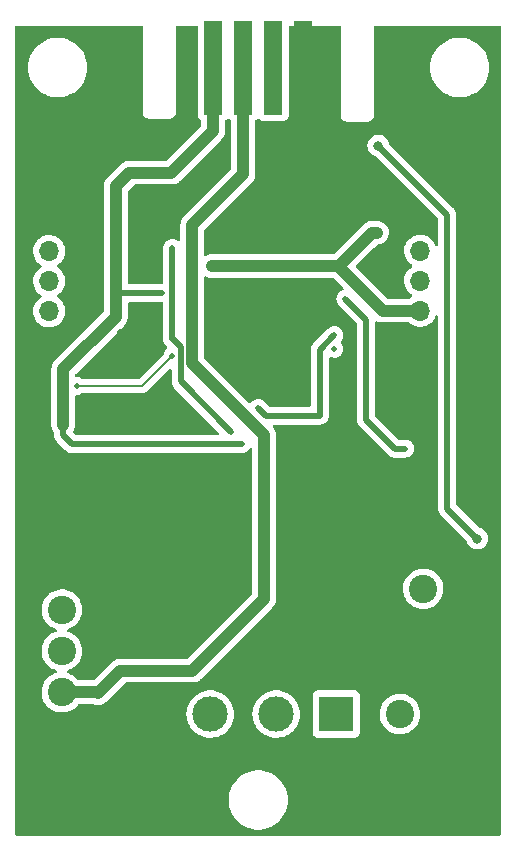
<source format=gbl>
G04 #@! TF.GenerationSoftware,KiCad,Pcbnew,6.0.10*
G04 #@! TF.CreationDate,2023-07-05T17:30:49-05:00*
G04 #@! TF.ProjectId,gas_control_board,6761735f-636f-46e7-9472-6f6c5f626f61,rev?*
G04 #@! TF.SameCoordinates,Original*
G04 #@! TF.FileFunction,Copper,L2,Bot*
G04 #@! TF.FilePolarity,Positive*
%FSLAX46Y46*%
G04 Gerber Fmt 4.6, Leading zero omitted, Abs format (unit mm)*
G04 Created by KiCad (PCBNEW 6.0.10) date 2023-07-05 17:30:49*
%MOMM*%
%LPD*%
G01*
G04 APERTURE LIST*
G04 #@! TA.AperFunction,ComponentPad*
%ADD10R,2.400000X2.400000*%
G04 #@! TD*
G04 #@! TA.AperFunction,ComponentPad*
%ADD11C,2.400000*%
G04 #@! TD*
G04 #@! TA.AperFunction,ComponentPad*
%ADD12R,3.000000X3.000000*%
G04 #@! TD*
G04 #@! TA.AperFunction,ComponentPad*
%ADD13C,3.000000*%
G04 #@! TD*
G04 #@! TA.AperFunction,ComponentPad*
%ADD14R,1.700000X1.700000*%
G04 #@! TD*
G04 #@! TA.AperFunction,ComponentPad*
%ADD15O,1.700000X1.700000*%
G04 #@! TD*
G04 #@! TA.AperFunction,SMDPad,CuDef*
%ADD16R,1.600000X8.000000*%
G04 #@! TD*
G04 #@! TA.AperFunction,ViaPad*
%ADD17C,0.500000*%
G04 #@! TD*
G04 #@! TA.AperFunction,ViaPad*
%ADD18C,0.800000*%
G04 #@! TD*
G04 #@! TA.AperFunction,Conductor*
%ADD19C,0.500000*%
G04 #@! TD*
G04 #@! TA.AperFunction,Conductor*
%ADD20C,1.000000*%
G04 #@! TD*
G04 #@! TA.AperFunction,Conductor*
%ADD21C,0.200000*%
G04 #@! TD*
G04 APERTURE END LIST*
D10*
X39116000Y-51689000D03*
D11*
X39116000Y-48189000D03*
D12*
X16002000Y-58801000D03*
D13*
X21082000Y-58801000D03*
D14*
X38862000Y-17018000D03*
D15*
X38862000Y-19558000D03*
X38862000Y-22098000D03*
X38862000Y-24638000D03*
D14*
X7452000Y-17066000D03*
D15*
X7452000Y-19606000D03*
X7452000Y-22146000D03*
X7452000Y-24686000D03*
D12*
X31750000Y-58801000D03*
D13*
X26670000Y-58801000D03*
D10*
X8509000Y-60452000D03*
D11*
X8509000Y-56952000D03*
X8509000Y-53452000D03*
X8509000Y-49952000D03*
D10*
X40640000Y-58801000D03*
D11*
X37140000Y-58801000D03*
D16*
X28956000Y-4064000D03*
X26416000Y-4064000D03*
X23876000Y-4064000D03*
X21336000Y-4064000D03*
D17*
X15240000Y-57150000D03*
X24116000Y-40654000D03*
X24130000Y-44450000D03*
X24130000Y-46990000D03*
D18*
X39116000Y-42164000D03*
D17*
X17780000Y-57150000D03*
X14986000Y-18288000D03*
D18*
X42672000Y-13208000D03*
D17*
X19050000Y-32766000D03*
X16510000Y-60960000D03*
X15240000Y-60960000D03*
D18*
X44196000Y-40132000D03*
D17*
X25146000Y-27940000D03*
D18*
X42672000Y-19558000D03*
D17*
X24130000Y-38100000D03*
X22860000Y-40640000D03*
X22860000Y-45720000D03*
X24130000Y-39370000D03*
D18*
X11049000Y-12446000D03*
X9144000Y-46228000D03*
X21844000Y-11430000D03*
D17*
X22860000Y-41910000D03*
X21590000Y-46990000D03*
D18*
X19812000Y-41148000D03*
D17*
X24130000Y-43180000D03*
X17780000Y-60960000D03*
X20320000Y-46990000D03*
X13462000Y-28194000D03*
X14986000Y-25146000D03*
X17780000Y-58420000D03*
X22860000Y-44450000D03*
X13970000Y-60960000D03*
X13970000Y-59690000D03*
D18*
X16256000Y-41148000D03*
D17*
X10668000Y-24638000D03*
X13462000Y-26416000D03*
X13970000Y-58420000D03*
X22860000Y-43180000D03*
X17780000Y-59690000D03*
D18*
X11176000Y-37592000D03*
D17*
X16510000Y-57150000D03*
X22860000Y-38100000D03*
X13970000Y-57150000D03*
X22860000Y-39370000D03*
X22860000Y-46990000D03*
X37084000Y-26670000D03*
X24130000Y-45720000D03*
X17526000Y-32766000D03*
D18*
X11049000Y-8382000D03*
D17*
X21590000Y-45720000D03*
X34798000Y-42545000D03*
D18*
X42418000Y-24638000D03*
D17*
X34671000Y-39243000D03*
D18*
X11684000Y-29972000D03*
D17*
X8636000Y-34290000D03*
X16977000Y-23155000D03*
X35179000Y-18034000D03*
X22568000Y-20866000D03*
X28410000Y-20866000D03*
X23749000Y-35941000D03*
X20066000Y-35941000D03*
X14986000Y-12954000D03*
X21209000Y-20828000D03*
X31569000Y-27867000D03*
X22860000Y-34925000D03*
X17866000Y-19342000D03*
X17887500Y-27067500D03*
X31585000Y-26708000D03*
X25146000Y-32893000D03*
X37592000Y-36322000D03*
X32530899Y-23640899D03*
X9779000Y-31026000D03*
X17873556Y-28478444D03*
D18*
X43688000Y-43942000D03*
X35306000Y-10668000D03*
D19*
X20066000Y-35941000D02*
X9398000Y-35941000D01*
D20*
X34798000Y-18034000D02*
X35179000Y-18034000D01*
X17780000Y-12954000D02*
X14986000Y-12954000D01*
D19*
X21247000Y-20866000D02*
X21209000Y-20828000D01*
D20*
X13081000Y-22987000D02*
X13081000Y-25146000D01*
X31966000Y-20866000D02*
X34036000Y-18796000D01*
X13081000Y-25146000D02*
X8636000Y-29591000D01*
D19*
X13249000Y-23155000D02*
X13081000Y-22987000D01*
X16977000Y-23155000D02*
X13249000Y-23155000D01*
X20066000Y-35941000D02*
X23749000Y-35941000D01*
D20*
X31915000Y-20866000D02*
X31966000Y-20866000D01*
X28410000Y-20866000D02*
X22568000Y-20866000D01*
X35687000Y-24638000D02*
X38862000Y-24638000D01*
X21336000Y-9398000D02*
X17780000Y-12954000D01*
X22568000Y-20866000D02*
X21247000Y-20866000D01*
X28410000Y-20866000D02*
X31915000Y-20866000D01*
X14986000Y-12954000D02*
X14224000Y-12954000D01*
X31915000Y-20866000D02*
X35687000Y-24638000D01*
X8636000Y-29591000D02*
X8636000Y-34290000D01*
X14224000Y-12954000D02*
X13081000Y-14097000D01*
D19*
X9398000Y-35941000D02*
X8636000Y-35179000D01*
D20*
X21336000Y-4064000D02*
X21336000Y-9398000D01*
X13081000Y-14097000D02*
X13081000Y-22987000D01*
D19*
X8636000Y-35179000D02*
X8636000Y-34290000D01*
D20*
X34036000Y-18796000D02*
X34798000Y-18034000D01*
D19*
X22860000Y-34925000D02*
X18573556Y-30638556D01*
X17866000Y-19342000D02*
X17866000Y-27046000D01*
X18573556Y-27753556D02*
X17887500Y-27067500D01*
X30353000Y-32004000D02*
X30353000Y-33528000D01*
X18573556Y-30638556D02*
X18573556Y-27753556D01*
X25781000Y-33528000D02*
X25146000Y-32893000D01*
X30353000Y-27940000D02*
X30353000Y-32004000D01*
X31585000Y-26708000D02*
X30353000Y-27940000D01*
X17866000Y-27046000D02*
X17887500Y-27067500D01*
X30353000Y-33528000D02*
X25781000Y-33528000D01*
X34290000Y-33909000D02*
X34290000Y-25400000D01*
X34290000Y-25400000D02*
X32530899Y-23640899D01*
X37592000Y-36322000D02*
X36703000Y-36322000D01*
X36703000Y-36322000D02*
X34290000Y-33909000D01*
D21*
X17873556Y-28478444D02*
X15326000Y-31026000D01*
X15326000Y-31026000D02*
X9779000Y-31026000D01*
D20*
X25654000Y-35179000D02*
X25654000Y-49022000D01*
X11486000Y-56952000D02*
X8509000Y-56952000D01*
X25654000Y-49022000D02*
X19558000Y-55118000D01*
X19558000Y-29083000D02*
X25654000Y-35179000D01*
X19558000Y-55118000D02*
X13462000Y-55118000D01*
X19558000Y-17399000D02*
X19558000Y-29083000D01*
X23876000Y-4064000D02*
X23876000Y-13081000D01*
X13462000Y-55118000D02*
X11557000Y-57023000D01*
X11557000Y-57023000D02*
X11486000Y-56952000D01*
X23876000Y-13081000D02*
X19558000Y-17399000D01*
D19*
X43688000Y-43942000D02*
X41148000Y-41402000D01*
X41148000Y-16510000D02*
X35306000Y-10668000D01*
X41148000Y-41402000D02*
X41148000Y-16510000D01*
G04 #@! TA.AperFunction,Conductor*
G36*
X15308621Y-528502D02*
G01*
X15355114Y-582158D01*
X15366500Y-634500D01*
X15366500Y-7865377D01*
X15366498Y-7866147D01*
X15366024Y-7943721D01*
X15368491Y-7952352D01*
X15374150Y-7972153D01*
X15377728Y-7988915D01*
X15381920Y-8018187D01*
X15385634Y-8026355D01*
X15385634Y-8026356D01*
X15392548Y-8041562D01*
X15398996Y-8059086D01*
X15406051Y-8083771D01*
X15410843Y-8091365D01*
X15410844Y-8091368D01*
X15421830Y-8108780D01*
X15429969Y-8123863D01*
X15442208Y-8150782D01*
X15448069Y-8157584D01*
X15458970Y-8170235D01*
X15470073Y-8185239D01*
X15483776Y-8206958D01*
X15490501Y-8212897D01*
X15490504Y-8212901D01*
X15505938Y-8226532D01*
X15517982Y-8238724D01*
X15531427Y-8254327D01*
X15531430Y-8254329D01*
X15537287Y-8261127D01*
X15544816Y-8266007D01*
X15544817Y-8266008D01*
X15558835Y-8275094D01*
X15573709Y-8286385D01*
X15584101Y-8295562D01*
X15592951Y-8303378D01*
X15619711Y-8315942D01*
X15634691Y-8324263D01*
X15651983Y-8335471D01*
X15651988Y-8335473D01*
X15659515Y-8340352D01*
X15668108Y-8342922D01*
X15668113Y-8342924D01*
X15684120Y-8347711D01*
X15701564Y-8354372D01*
X15716676Y-8361467D01*
X15716678Y-8361468D01*
X15724800Y-8365281D01*
X15733667Y-8366662D01*
X15733668Y-8366662D01*
X15736353Y-8367080D01*
X15754017Y-8369830D01*
X15770732Y-8373613D01*
X15790466Y-8379515D01*
X15790472Y-8379516D01*
X15799066Y-8382086D01*
X15808037Y-8382141D01*
X15808038Y-8382141D01*
X15818097Y-8382202D01*
X15833506Y-8382296D01*
X15834289Y-8382329D01*
X15835386Y-8382500D01*
X15866377Y-8382500D01*
X15867147Y-8382502D01*
X15940785Y-8382952D01*
X15940786Y-8382952D01*
X15944721Y-8382976D01*
X15946065Y-8382592D01*
X15947410Y-8382500D01*
X17644377Y-8382500D01*
X17645148Y-8382502D01*
X17722721Y-8382976D01*
X17751152Y-8374850D01*
X17767915Y-8371272D01*
X17768753Y-8371152D01*
X17797187Y-8367080D01*
X17806645Y-8362780D01*
X17820562Y-8356452D01*
X17838087Y-8350004D01*
X17862771Y-8342949D01*
X17870365Y-8338157D01*
X17870368Y-8338156D01*
X17887780Y-8327170D01*
X17902865Y-8319030D01*
X17903195Y-8318880D01*
X17929782Y-8306792D01*
X17949235Y-8290030D01*
X17964239Y-8278927D01*
X17985958Y-8265224D01*
X17991897Y-8258499D01*
X17991901Y-8258496D01*
X18005532Y-8243062D01*
X18017724Y-8231018D01*
X18033327Y-8217573D01*
X18033329Y-8217570D01*
X18040127Y-8211713D01*
X18054094Y-8190165D01*
X18065385Y-8175291D01*
X18076431Y-8162783D01*
X18076432Y-8162782D01*
X18082378Y-8156049D01*
X18094943Y-8129287D01*
X18103263Y-8114309D01*
X18114471Y-8097017D01*
X18114473Y-8097012D01*
X18119352Y-8089485D01*
X18121922Y-8080892D01*
X18121924Y-8080887D01*
X18126711Y-8064880D01*
X18133372Y-8047436D01*
X18140467Y-8032324D01*
X18140468Y-8032322D01*
X18144281Y-8024200D01*
X18148830Y-7994983D01*
X18152613Y-7978268D01*
X18158515Y-7958534D01*
X18158516Y-7958528D01*
X18161086Y-7949934D01*
X18161296Y-7915494D01*
X18161329Y-7914711D01*
X18161500Y-7913614D01*
X18161500Y-7882623D01*
X18161502Y-7881853D01*
X18161952Y-7808215D01*
X18161952Y-7808214D01*
X18161976Y-7804279D01*
X18161592Y-7802935D01*
X18161500Y-7801590D01*
X18161500Y-634500D01*
X18181502Y-566379D01*
X18235158Y-519886D01*
X18287500Y-508500D01*
X19901500Y-508500D01*
X19969621Y-528502D01*
X20016114Y-582158D01*
X20027500Y-634500D01*
X20027500Y-8112134D01*
X20034255Y-8174316D01*
X20085385Y-8310705D01*
X20172739Y-8427261D01*
X20231864Y-8471573D01*
X20277065Y-8505449D01*
X20319580Y-8562308D01*
X20327500Y-8606275D01*
X20327500Y-8928076D01*
X20307498Y-8996197D01*
X20290595Y-9017171D01*
X17399171Y-11908595D01*
X17336859Y-11942621D01*
X17310076Y-11945500D01*
X14285842Y-11945500D01*
X14272235Y-11944763D01*
X14240737Y-11941341D01*
X14240732Y-11941341D01*
X14234611Y-11940676D01*
X14216611Y-11942251D01*
X14184609Y-11945050D01*
X14179784Y-11945379D01*
X14177313Y-11945500D01*
X14174231Y-11945500D01*
X14151763Y-11947703D01*
X14131489Y-11949691D01*
X14130174Y-11949813D01*
X14097913Y-11952636D01*
X14037587Y-11957913D01*
X14032468Y-11959400D01*
X14027167Y-11959920D01*
X13938166Y-11986791D01*
X13937033Y-11987126D01*
X13853586Y-12011370D01*
X13853582Y-12011372D01*
X13847664Y-12013091D01*
X13842932Y-12015544D01*
X13837831Y-12017084D01*
X13832388Y-12019978D01*
X13755740Y-12060731D01*
X13754574Y-12061343D01*
X13677547Y-12101271D01*
X13672074Y-12104108D01*
X13667911Y-12107431D01*
X13663204Y-12109934D01*
X13591082Y-12168755D01*
X13590226Y-12169446D01*
X13551027Y-12200738D01*
X13548523Y-12203242D01*
X13547805Y-12203884D01*
X13543472Y-12207585D01*
X13509938Y-12234935D01*
X13506011Y-12239682D01*
X13506009Y-12239684D01*
X13480713Y-12270262D01*
X13472723Y-12279042D01*
X12411621Y-13340145D01*
X12401478Y-13349247D01*
X12371975Y-13372968D01*
X12368008Y-13377696D01*
X12339709Y-13411421D01*
X12336528Y-13415069D01*
X12334885Y-13416881D01*
X12332691Y-13419075D01*
X12305358Y-13452349D01*
X12304696Y-13453147D01*
X12244846Y-13524474D01*
X12242278Y-13529144D01*
X12238897Y-13533261D01*
X12207860Y-13591145D01*
X12195023Y-13615086D01*
X12194394Y-13616245D01*
X12152538Y-13692381D01*
X12152535Y-13692389D01*
X12149567Y-13697787D01*
X12147955Y-13702869D01*
X12145438Y-13707563D01*
X12118238Y-13796531D01*
X12117918Y-13797559D01*
X12089765Y-13886306D01*
X12089171Y-13891602D01*
X12087613Y-13896698D01*
X12080917Y-13962621D01*
X12078218Y-13989187D01*
X12078089Y-13990393D01*
X12072500Y-14040227D01*
X12072500Y-14043754D01*
X12072445Y-14044739D01*
X12071998Y-14050419D01*
X12067626Y-14093462D01*
X12068206Y-14099593D01*
X12071941Y-14139109D01*
X12072500Y-14150967D01*
X12072500Y-24676075D01*
X12052498Y-24744196D01*
X12035595Y-24765170D01*
X7966621Y-28834145D01*
X7956478Y-28843247D01*
X7926975Y-28866968D01*
X7923008Y-28871696D01*
X7894709Y-28905421D01*
X7891528Y-28909069D01*
X7889885Y-28910881D01*
X7887691Y-28913075D01*
X7860358Y-28946349D01*
X7859696Y-28947147D01*
X7799846Y-29018474D01*
X7797278Y-29023144D01*
X7793897Y-29027261D01*
X7762860Y-29085145D01*
X7750023Y-29109086D01*
X7749394Y-29110245D01*
X7707538Y-29186381D01*
X7707535Y-29186389D01*
X7704567Y-29191787D01*
X7702955Y-29196869D01*
X7700438Y-29201563D01*
X7673238Y-29290531D01*
X7672918Y-29291559D01*
X7644765Y-29380306D01*
X7644171Y-29385602D01*
X7642613Y-29390698D01*
X7641990Y-29396834D01*
X7633218Y-29483187D01*
X7633089Y-29484393D01*
X7627500Y-29534227D01*
X7627500Y-29537754D01*
X7627445Y-29538739D01*
X7626998Y-29544419D01*
X7622626Y-29587462D01*
X7626623Y-29629741D01*
X7626941Y-29633109D01*
X7627500Y-29644967D01*
X7627500Y-34339769D01*
X7627800Y-34342825D01*
X7627800Y-34342832D01*
X7632083Y-34386508D01*
X7641920Y-34486833D01*
X7699084Y-34676169D01*
X7791934Y-34850796D01*
X7836955Y-34905997D01*
X7849143Y-34920941D01*
X7876697Y-34986373D01*
X7877500Y-35000577D01*
X7877500Y-35111930D01*
X7876067Y-35130880D01*
X7874739Y-35139612D01*
X7872801Y-35152349D01*
X7873394Y-35159641D01*
X7873394Y-35159644D01*
X7877085Y-35205018D01*
X7877500Y-35215233D01*
X7877500Y-35223293D01*
X7879049Y-35236583D01*
X7880789Y-35251507D01*
X7881222Y-35255882D01*
X7885272Y-35305667D01*
X7887140Y-35328637D01*
X7889396Y-35335601D01*
X7890587Y-35341560D01*
X7891971Y-35347415D01*
X7892818Y-35354681D01*
X7917735Y-35423327D01*
X7919152Y-35427455D01*
X7941649Y-35496899D01*
X7945445Y-35503154D01*
X7947951Y-35508628D01*
X7950670Y-35514058D01*
X7953167Y-35520937D01*
X7957180Y-35527057D01*
X7957180Y-35527058D01*
X7993186Y-35581976D01*
X7995523Y-35585680D01*
X8033405Y-35648107D01*
X8037121Y-35652315D01*
X8037122Y-35652316D01*
X8040803Y-35656484D01*
X8040776Y-35656508D01*
X8043429Y-35659500D01*
X8046132Y-35662733D01*
X8050144Y-35668852D01*
X8087302Y-35704052D01*
X8106383Y-35722128D01*
X8108825Y-35724506D01*
X8814230Y-36429911D01*
X8826616Y-36444323D01*
X8835149Y-36455918D01*
X8835154Y-36455923D01*
X8839492Y-36461818D01*
X8845070Y-36466557D01*
X8845073Y-36466560D01*
X8879768Y-36496035D01*
X8887284Y-36502965D01*
X8892980Y-36508661D01*
X8895841Y-36510924D01*
X8895846Y-36510929D01*
X8915266Y-36526293D01*
X8918667Y-36529082D01*
X8974285Y-36576333D01*
X8980798Y-36579659D01*
X8985837Y-36583020D01*
X8990979Y-36586196D01*
X8996716Y-36590734D01*
X9062875Y-36621655D01*
X9066769Y-36623558D01*
X9131808Y-36656769D01*
X9138917Y-36658508D01*
X9144551Y-36660604D01*
X9150321Y-36662523D01*
X9156950Y-36665622D01*
X9164113Y-36667112D01*
X9164116Y-36667113D01*
X9210559Y-36676773D01*
X9228435Y-36680491D01*
X9232701Y-36681457D01*
X9303610Y-36698808D01*
X9309212Y-36699156D01*
X9309215Y-36699156D01*
X9314764Y-36699500D01*
X9314762Y-36699535D01*
X9318734Y-36699775D01*
X9322955Y-36700152D01*
X9330115Y-36701641D01*
X9407542Y-36699546D01*
X9410950Y-36699500D01*
X20006933Y-36699500D01*
X20023595Y-36700607D01*
X20029862Y-36701443D01*
X20043035Y-36703201D01*
X20043038Y-36703201D01*
X20050015Y-36704132D01*
X20057026Y-36703494D01*
X20057030Y-36703494D01*
X20095208Y-36700019D01*
X20106628Y-36699500D01*
X23689933Y-36699500D01*
X23706595Y-36700607D01*
X23712862Y-36701443D01*
X23726035Y-36703201D01*
X23726038Y-36703201D01*
X23733015Y-36704132D01*
X23740026Y-36703494D01*
X23740030Y-36703494D01*
X23778208Y-36700019D01*
X23789628Y-36699500D01*
X23793293Y-36699500D01*
X23825141Y-36695787D01*
X23828167Y-36695472D01*
X23902483Y-36688709D01*
X23909192Y-36686529D01*
X23909972Y-36686369D01*
X23915494Y-36685483D01*
X23917412Y-36685029D01*
X23924681Y-36684182D01*
X23993230Y-36659299D01*
X23997287Y-36657905D01*
X24057622Y-36638301D01*
X24064322Y-36636124D01*
X24070372Y-36632517D01*
X24076790Y-36629606D01*
X24076971Y-36630004D01*
X24077566Y-36629722D01*
X24077510Y-36629609D01*
X24084058Y-36626330D01*
X24090937Y-36623833D01*
X24097057Y-36619820D01*
X24097062Y-36619818D01*
X24148764Y-36585921D01*
X24153330Y-36583064D01*
X24204442Y-36552595D01*
X24210490Y-36548990D01*
X24215590Y-36544133D01*
X24221204Y-36539872D01*
X24221221Y-36539895D01*
X24231963Y-36531373D01*
X24232731Y-36530869D01*
X24238852Y-36526856D01*
X24243880Y-36521548D01*
X24243884Y-36521545D01*
X24283797Y-36479412D01*
X24288376Y-36474821D01*
X24328625Y-36436492D01*
X24333721Y-36431639D01*
X24337612Y-36425782D01*
X24337615Y-36425779D01*
X24338676Y-36424181D01*
X24352150Y-36407257D01*
X24360490Y-36398453D01*
X24391398Y-36345241D01*
X24395404Y-36338799D01*
X24414552Y-36309979D01*
X24468910Y-36264308D01*
X24539329Y-36255276D01*
X24603453Y-36285749D01*
X24640923Y-36346053D01*
X24645500Y-36379706D01*
X24645500Y-48552075D01*
X24625498Y-48620196D01*
X24608595Y-48641170D01*
X19177171Y-54072595D01*
X19114859Y-54106621D01*
X19088076Y-54109500D01*
X13523843Y-54109500D01*
X13510236Y-54108763D01*
X13478738Y-54105341D01*
X13478733Y-54105341D01*
X13472612Y-54104676D01*
X13446362Y-54106973D01*
X13422612Y-54109050D01*
X13417786Y-54109379D01*
X13415314Y-54109500D01*
X13412231Y-54109500D01*
X13400262Y-54110674D01*
X13369494Y-54113690D01*
X13368181Y-54113812D01*
X13323916Y-54117685D01*
X13275587Y-54121913D01*
X13270468Y-54123400D01*
X13265167Y-54123920D01*
X13176166Y-54150791D01*
X13175033Y-54151126D01*
X13091586Y-54175370D01*
X13091582Y-54175372D01*
X13085664Y-54177091D01*
X13080932Y-54179544D01*
X13075831Y-54181084D01*
X13070388Y-54183978D01*
X12993740Y-54224731D01*
X12992574Y-54225343D01*
X12915586Y-54265251D01*
X12910074Y-54268108D01*
X12905911Y-54271431D01*
X12901204Y-54273934D01*
X12896429Y-54277828D01*
X12896428Y-54277829D01*
X12829102Y-54332739D01*
X12828075Y-54333567D01*
X12791792Y-54362531D01*
X12791787Y-54362536D01*
X12789028Y-54364738D01*
X12786527Y-54367239D01*
X12785809Y-54367881D01*
X12781461Y-54371594D01*
X12747938Y-54398935D01*
X12744015Y-54403677D01*
X12744013Y-54403679D01*
X12718703Y-54434273D01*
X12710713Y-54443053D01*
X11247171Y-55906595D01*
X11184859Y-55940621D01*
X11158076Y-55943500D01*
X9950734Y-55943500D01*
X9882613Y-55923498D01*
X9851784Y-55895506D01*
X9833734Y-55872610D01*
X9772171Y-55794517D01*
X9587209Y-55620523D01*
X9543483Y-55590189D01*
X9382393Y-55478437D01*
X9382390Y-55478435D01*
X9378561Y-55475779D01*
X9374384Y-55473719D01*
X9374377Y-55473715D01*
X9154996Y-55365528D01*
X9154992Y-55365527D01*
X9150810Y-55363464D01*
X9024901Y-55323160D01*
X8966121Y-55283342D01*
X8938199Y-55218067D01*
X8950000Y-55148058D01*
X8997778Y-55095543D01*
X9031234Y-55081310D01*
X9032929Y-55080864D01*
X9066793Y-55071948D01*
X9185353Y-55021011D01*
X9295807Y-54973557D01*
X9295810Y-54973555D01*
X9300110Y-54971708D01*
X9304090Y-54969245D01*
X9304094Y-54969243D01*
X9512064Y-54840547D01*
X9512066Y-54840545D01*
X9516047Y-54838082D01*
X9614428Y-54754797D01*
X9706289Y-54677031D01*
X9706291Y-54677029D01*
X9709862Y-54674006D01*
X9877295Y-54483084D01*
X9905753Y-54438842D01*
X10012141Y-54273442D01*
X10014669Y-54269512D01*
X10118967Y-54037980D01*
X10187896Y-53793575D01*
X10219943Y-53541667D01*
X10222291Y-53452000D01*
X10203472Y-53198759D01*
X10147428Y-52951082D01*
X10055391Y-52714409D01*
X10034866Y-52678498D01*
X9931702Y-52497997D01*
X9931700Y-52497995D01*
X9929383Y-52493940D01*
X9772171Y-52294517D01*
X9587209Y-52120523D01*
X9543483Y-52090189D01*
X9382393Y-51978437D01*
X9382390Y-51978435D01*
X9378561Y-51975779D01*
X9374384Y-51973719D01*
X9374377Y-51973715D01*
X9154996Y-51865528D01*
X9154992Y-51865527D01*
X9150810Y-51863464D01*
X9024901Y-51823160D01*
X8966121Y-51783342D01*
X8938199Y-51718067D01*
X8950000Y-51648058D01*
X8997778Y-51595543D01*
X9031234Y-51581310D01*
X9032929Y-51580864D01*
X9066793Y-51571948D01*
X9185353Y-51521011D01*
X9295807Y-51473557D01*
X9295810Y-51473555D01*
X9300110Y-51471708D01*
X9304090Y-51469245D01*
X9304094Y-51469243D01*
X9512064Y-51340547D01*
X9512066Y-51340545D01*
X9516047Y-51338082D01*
X9614428Y-51254797D01*
X9706289Y-51177031D01*
X9706291Y-51177029D01*
X9709862Y-51174006D01*
X9877295Y-50983084D01*
X10014669Y-50769512D01*
X10118967Y-50537980D01*
X10187896Y-50293575D01*
X10219943Y-50041667D01*
X10222291Y-49952000D01*
X10216377Y-49872411D01*
X10203818Y-49703411D01*
X10203817Y-49703407D01*
X10203472Y-49698759D01*
X10196118Y-49666257D01*
X10148459Y-49455639D01*
X10147428Y-49451082D01*
X10062502Y-49232694D01*
X10057084Y-49218762D01*
X10057083Y-49218760D01*
X10055391Y-49214409D01*
X10034866Y-49178498D01*
X9931702Y-48997997D01*
X9931700Y-48997995D01*
X9929383Y-48993940D01*
X9772171Y-48794517D01*
X9587209Y-48620523D01*
X9543483Y-48590189D01*
X9382393Y-48478437D01*
X9382390Y-48478435D01*
X9378561Y-48475779D01*
X9374384Y-48473719D01*
X9374377Y-48473715D01*
X9154996Y-48365528D01*
X9154992Y-48365527D01*
X9150810Y-48363464D01*
X8908960Y-48286047D01*
X8882870Y-48281798D01*
X8662935Y-48245980D01*
X8662934Y-48245980D01*
X8658323Y-48245229D01*
X8531365Y-48243567D01*
X8409083Y-48241966D01*
X8409080Y-48241966D01*
X8404406Y-48241905D01*
X8152787Y-48276149D01*
X7908993Y-48347208D01*
X7678380Y-48453522D01*
X7674471Y-48456085D01*
X7469928Y-48590189D01*
X7469923Y-48590193D01*
X7466015Y-48592755D01*
X7276562Y-48761848D01*
X7114183Y-48957087D01*
X6982447Y-49174182D01*
X6980638Y-49178496D01*
X6980637Y-49178498D01*
X6920243Y-49322523D01*
X6884246Y-49408365D01*
X6883095Y-49412897D01*
X6883094Y-49412900D01*
X6852017Y-49535267D01*
X6821738Y-49654490D01*
X6796296Y-49907151D01*
X6808480Y-50160798D01*
X6858021Y-50409857D01*
X6859600Y-50414255D01*
X6859602Y-50414262D01*
X6904022Y-50537980D01*
X6943831Y-50648858D01*
X7064025Y-50872551D01*
X7066820Y-50876294D01*
X7066822Y-50876297D01*
X7213171Y-51072282D01*
X7213176Y-51072288D01*
X7215963Y-51076020D01*
X7219272Y-51079300D01*
X7219277Y-51079306D01*
X7317859Y-51177031D01*
X7396307Y-51254797D01*
X7400069Y-51257555D01*
X7400072Y-51257558D01*
X7505764Y-51335054D01*
X7601094Y-51404953D01*
X7605229Y-51407129D01*
X7605233Y-51407131D01*
X7723289Y-51469243D01*
X7825827Y-51523191D01*
X7997781Y-51583240D01*
X8055497Y-51624581D01*
X8081701Y-51690565D01*
X8068072Y-51760241D01*
X8018936Y-51811487D01*
X7991497Y-51823160D01*
X7908993Y-51847208D01*
X7678380Y-51953522D01*
X7674471Y-51956085D01*
X7469928Y-52090189D01*
X7469923Y-52090193D01*
X7466015Y-52092755D01*
X7276562Y-52261848D01*
X7114183Y-52457087D01*
X6982447Y-52674182D01*
X6884246Y-52908365D01*
X6821738Y-53154490D01*
X6796296Y-53407151D01*
X6808480Y-53660798D01*
X6858021Y-53909857D01*
X6859600Y-53914255D01*
X6859602Y-53914262D01*
X6935168Y-54124729D01*
X6943831Y-54148858D01*
X6946048Y-54152984D01*
X7061516Y-54367881D01*
X7064025Y-54372551D01*
X7066820Y-54376294D01*
X7066822Y-54376297D01*
X7213171Y-54572282D01*
X7213176Y-54572288D01*
X7215963Y-54576020D01*
X7219272Y-54579300D01*
X7219277Y-54579306D01*
X7317859Y-54677031D01*
X7396307Y-54754797D01*
X7400069Y-54757555D01*
X7400072Y-54757558D01*
X7505764Y-54835054D01*
X7601094Y-54904953D01*
X7605229Y-54907129D01*
X7605233Y-54907131D01*
X7723289Y-54969243D01*
X7825827Y-55023191D01*
X7997781Y-55083240D01*
X8055497Y-55124581D01*
X8081701Y-55190565D01*
X8068072Y-55260241D01*
X8018936Y-55311487D01*
X7991497Y-55323160D01*
X7908993Y-55347208D01*
X7678380Y-55453522D01*
X7674471Y-55456085D01*
X7469928Y-55590189D01*
X7469923Y-55590193D01*
X7466015Y-55592755D01*
X7276562Y-55761848D01*
X7114183Y-55957087D01*
X6982447Y-56174182D01*
X6884246Y-56408365D01*
X6821738Y-56654490D01*
X6796296Y-56907151D01*
X6808480Y-57160798D01*
X6827473Y-57256283D01*
X6841627Y-57327437D01*
X6858021Y-57409857D01*
X6859600Y-57414255D01*
X6859602Y-57414262D01*
X6929065Y-57607731D01*
X6943831Y-57648858D01*
X6946048Y-57652984D01*
X7048115Y-57842940D01*
X7064025Y-57872551D01*
X7066820Y-57876294D01*
X7066822Y-57876297D01*
X7213171Y-58072282D01*
X7213176Y-58072288D01*
X7215963Y-58076020D01*
X7219272Y-58079300D01*
X7219277Y-58079306D01*
X7317859Y-58177031D01*
X7396307Y-58254797D01*
X7400069Y-58257555D01*
X7400072Y-58257558D01*
X7458068Y-58300082D01*
X7601094Y-58404953D01*
X7605229Y-58407129D01*
X7605233Y-58407131D01*
X7723289Y-58469243D01*
X7825827Y-58523191D01*
X8065568Y-58606912D01*
X8315050Y-58654278D01*
X8435532Y-58659011D01*
X8564125Y-58664064D01*
X8564130Y-58664064D01*
X8568793Y-58664247D01*
X8667774Y-58653407D01*
X8816569Y-58637112D01*
X8816575Y-58637111D01*
X8821222Y-58636602D01*
X8930680Y-58607784D01*
X9062273Y-58573138D01*
X9066793Y-58571948D01*
X9215293Y-58508148D01*
X9295807Y-58473557D01*
X9295810Y-58473555D01*
X9300110Y-58471708D01*
X9304090Y-58469245D01*
X9304094Y-58469243D01*
X9512064Y-58340547D01*
X9512066Y-58340545D01*
X9516047Y-58338082D01*
X9616491Y-58253050D01*
X9706289Y-58177031D01*
X9706291Y-58177029D01*
X9709862Y-58174006D01*
X9859459Y-58003423D01*
X9919411Y-57965395D01*
X9954190Y-57960500D01*
X11155072Y-57960500D01*
X11191906Y-57966004D01*
X11258453Y-57986350D01*
X11258844Y-57986471D01*
X11349768Y-58014965D01*
X11353303Y-58015349D01*
X11356698Y-58016387D01*
X11451228Y-58025990D01*
X11452008Y-58026072D01*
X11501804Y-58031481D01*
X11540265Y-58035659D01*
X11540266Y-58035659D01*
X11546388Y-58036324D01*
X11549924Y-58036015D01*
X11553462Y-58036374D01*
X11559587Y-58035795D01*
X11559588Y-58035795D01*
X11647970Y-58027440D01*
X11648847Y-58027360D01*
X11737279Y-58019624D01*
X11737283Y-58019623D01*
X11743413Y-58019087D01*
X11746827Y-58018095D01*
X11750362Y-58017761D01*
X11759614Y-58015003D01*
X11841304Y-57990651D01*
X11842146Y-57990403D01*
X11883558Y-57978371D01*
X11933336Y-57963909D01*
X11936489Y-57962275D01*
X11939896Y-57961259D01*
X11945350Y-57958383D01*
X11945356Y-57958381D01*
X12023865Y-57916988D01*
X12024590Y-57916608D01*
X12108926Y-57872892D01*
X12111703Y-57870675D01*
X12114846Y-57869018D01*
X12188652Y-57809251D01*
X12189146Y-57808854D01*
X12227215Y-57778464D01*
X12227218Y-57778461D01*
X12229973Y-57776262D01*
X12231793Y-57774442D01*
X12234839Y-57771850D01*
X12263752Y-57748436D01*
X12268547Y-57744553D01*
X12299176Y-57707791D01*
X12306884Y-57699351D01*
X13842829Y-56163405D01*
X13905141Y-56129380D01*
X13931924Y-56126500D01*
X19496157Y-56126500D01*
X19509764Y-56127237D01*
X19541262Y-56130659D01*
X19541267Y-56130659D01*
X19547388Y-56131324D01*
X19573638Y-56129027D01*
X19597388Y-56126950D01*
X19602214Y-56126621D01*
X19604686Y-56126500D01*
X19607769Y-56126500D01*
X19619738Y-56125326D01*
X19650506Y-56122310D01*
X19651819Y-56122188D01*
X19696084Y-56118315D01*
X19744413Y-56114087D01*
X19749532Y-56112600D01*
X19754833Y-56112080D01*
X19843834Y-56085209D01*
X19844967Y-56084874D01*
X19928414Y-56060630D01*
X19928418Y-56060628D01*
X19934336Y-56058909D01*
X19939068Y-56056456D01*
X19944169Y-56054916D01*
X19949612Y-56052022D01*
X20026260Y-56011269D01*
X20027426Y-56010657D01*
X20104453Y-55970729D01*
X20109926Y-55967892D01*
X20114089Y-55964569D01*
X20118796Y-55962066D01*
X20190918Y-55903245D01*
X20191774Y-55902554D01*
X20230973Y-55871262D01*
X20233477Y-55868758D01*
X20234195Y-55868116D01*
X20238528Y-55864415D01*
X20272062Y-55837065D01*
X20301288Y-55801737D01*
X20309277Y-55792958D01*
X26323379Y-49778855D01*
X26333522Y-49769753D01*
X26358218Y-49749897D01*
X26363025Y-49746032D01*
X26395292Y-49707578D01*
X26398472Y-49703931D01*
X26400115Y-49702119D01*
X26402309Y-49699925D01*
X26429642Y-49666651D01*
X26430348Y-49665800D01*
X26439839Y-49654490D01*
X26490154Y-49594526D01*
X26492722Y-49589856D01*
X26496103Y-49585739D01*
X26539977Y-49503914D01*
X26540606Y-49502755D01*
X26582462Y-49426619D01*
X26582465Y-49426611D01*
X26585433Y-49421213D01*
X26587045Y-49416131D01*
X26589562Y-49411437D01*
X26616747Y-49322523D01*
X26617139Y-49321265D01*
X26643372Y-49238567D01*
X26645235Y-49232694D01*
X26645829Y-49227403D01*
X26647388Y-49222302D01*
X26656790Y-49129737D01*
X26656925Y-49128470D01*
X26659048Y-49109551D01*
X26662500Y-49078773D01*
X26662500Y-49075248D01*
X26662555Y-49074263D01*
X26663004Y-49068559D01*
X26666752Y-49031666D01*
X26666752Y-49031661D01*
X26667374Y-49025538D01*
X26663059Y-48979891D01*
X26662500Y-48968033D01*
X26662500Y-48144151D01*
X37403296Y-48144151D01*
X37403520Y-48148817D01*
X37403520Y-48148822D01*
X37408022Y-48242536D01*
X37415480Y-48397798D01*
X37431520Y-48478437D01*
X37463890Y-48641170D01*
X37465021Y-48646857D01*
X37466600Y-48651255D01*
X37466602Y-48651262D01*
X37511022Y-48774980D01*
X37550831Y-48885858D01*
X37553048Y-48889984D01*
X37651667Y-49073523D01*
X37671025Y-49109551D01*
X37673820Y-49113294D01*
X37673822Y-49113297D01*
X37820171Y-49309282D01*
X37820176Y-49309288D01*
X37822963Y-49313020D01*
X37826272Y-49316300D01*
X37826277Y-49316306D01*
X37957843Y-49446728D01*
X38003307Y-49491797D01*
X38007069Y-49494555D01*
X38007072Y-49494558D01*
X38142840Y-49594107D01*
X38208094Y-49641953D01*
X38212229Y-49644129D01*
X38212233Y-49644131D01*
X38330289Y-49706243D01*
X38432827Y-49760191D01*
X38672568Y-49843912D01*
X38922050Y-49891278D01*
X39042532Y-49896011D01*
X39171125Y-49901064D01*
X39171130Y-49901064D01*
X39175793Y-49901247D01*
X39274774Y-49890407D01*
X39423569Y-49874112D01*
X39423575Y-49874111D01*
X39428222Y-49873602D01*
X39537680Y-49844784D01*
X39669273Y-49810138D01*
X39673793Y-49808948D01*
X39831240Y-49741304D01*
X39902807Y-49710557D01*
X39902810Y-49710555D01*
X39907110Y-49708708D01*
X39911090Y-49706245D01*
X39911094Y-49706243D01*
X40119064Y-49577547D01*
X40119066Y-49577545D01*
X40123047Y-49575082D01*
X40126624Y-49572054D01*
X40313289Y-49414031D01*
X40313291Y-49414029D01*
X40316862Y-49411006D01*
X40484295Y-49220084D01*
X40487946Y-49214409D01*
X40619141Y-49010442D01*
X40621669Y-49006512D01*
X40725967Y-48774980D01*
X40794896Y-48530575D01*
X40815893Y-48365528D01*
X40826545Y-48281798D01*
X40826545Y-48281792D01*
X40826943Y-48278667D01*
X40829291Y-48189000D01*
X40810472Y-47935759D01*
X40754428Y-47688082D01*
X40662391Y-47451409D01*
X40641866Y-47415498D01*
X40538702Y-47234997D01*
X40538700Y-47234995D01*
X40536383Y-47230940D01*
X40379171Y-47031517D01*
X40194209Y-46857523D01*
X40150483Y-46827189D01*
X39989393Y-46715437D01*
X39989390Y-46715435D01*
X39985561Y-46712779D01*
X39981384Y-46710719D01*
X39981377Y-46710715D01*
X39761996Y-46602528D01*
X39761992Y-46602527D01*
X39757810Y-46600464D01*
X39515960Y-46523047D01*
X39511355Y-46522297D01*
X39269935Y-46482980D01*
X39269934Y-46482980D01*
X39265323Y-46482229D01*
X39138365Y-46480567D01*
X39016083Y-46478966D01*
X39016080Y-46478966D01*
X39011406Y-46478905D01*
X38759787Y-46513149D01*
X38515993Y-46584208D01*
X38285380Y-46690522D01*
X38281471Y-46693085D01*
X38076928Y-46827189D01*
X38076923Y-46827193D01*
X38073015Y-46829755D01*
X37883562Y-46998848D01*
X37721183Y-47194087D01*
X37589447Y-47411182D01*
X37491246Y-47645365D01*
X37428738Y-47891490D01*
X37403296Y-48144151D01*
X26662500Y-48144151D01*
X26662500Y-35240843D01*
X26663237Y-35227236D01*
X26666659Y-35195738D01*
X26666659Y-35195733D01*
X26667324Y-35189612D01*
X26662950Y-35139612D01*
X26662621Y-35134786D01*
X26662500Y-35132314D01*
X26662500Y-35129231D01*
X26659686Y-35100532D01*
X26658310Y-35086494D01*
X26658188Y-35085181D01*
X26650623Y-34998718D01*
X26650087Y-34992587D01*
X26648600Y-34987468D01*
X26648080Y-34982167D01*
X26621209Y-34893166D01*
X26620874Y-34892033D01*
X26596630Y-34808586D01*
X26596628Y-34808582D01*
X26594909Y-34802664D01*
X26592456Y-34797932D01*
X26590916Y-34792831D01*
X26581628Y-34775363D01*
X26547269Y-34710740D01*
X26546657Y-34709574D01*
X26506729Y-34632547D01*
X26503892Y-34627074D01*
X26500569Y-34622911D01*
X26498066Y-34618204D01*
X26439245Y-34546082D01*
X26438554Y-34545226D01*
X26407262Y-34506027D01*
X26404758Y-34503523D01*
X26404116Y-34502805D01*
X26400394Y-34498447D01*
X26395244Y-34492132D01*
X26367693Y-34426699D01*
X26379891Y-34356758D01*
X26427965Y-34304515D01*
X26492890Y-34286500D01*
X30325165Y-34286500D01*
X30332966Y-34286742D01*
X30394298Y-34290547D01*
X30457889Y-34279620D01*
X30464610Y-34278652D01*
X30485535Y-34276212D01*
X30521411Y-34272030D01*
X30521414Y-34272029D01*
X30528681Y-34271182D01*
X30537607Y-34267942D01*
X30559258Y-34262201D01*
X30568614Y-34260594D01*
X30627996Y-34235327D01*
X30634289Y-34232848D01*
X30694937Y-34210833D01*
X30701739Y-34206374D01*
X30702878Y-34205627D01*
X30722615Y-34195067D01*
X30724623Y-34194213D01*
X30724635Y-34194206D01*
X30731364Y-34191343D01*
X30737256Y-34187007D01*
X30737261Y-34187004D01*
X30783332Y-34153100D01*
X30788928Y-34149210D01*
X30793986Y-34145894D01*
X30842852Y-34113856D01*
X30849384Y-34106961D01*
X30866166Y-34092139D01*
X30873818Y-34086508D01*
X30878553Y-34080935D01*
X30878560Y-34080928D01*
X30915581Y-34037351D01*
X30920133Y-34032277D01*
X30959457Y-33990766D01*
X30959458Y-33990765D01*
X30964490Y-33985453D01*
X30968165Y-33979126D01*
X30968172Y-33979117D01*
X30969267Y-33977232D01*
X30982185Y-33958953D01*
X30983594Y-33957294D01*
X30983596Y-33957291D01*
X30988333Y-33951715D01*
X30991659Y-33945201D01*
X30991662Y-33945197D01*
X31017670Y-33894264D01*
X31020932Y-33888281D01*
X31049649Y-33838841D01*
X31049650Y-33838839D01*
X31053326Y-33832510D01*
X31055447Y-33825506D01*
X31055449Y-33825502D01*
X31056078Y-33823425D01*
X31064451Y-33802649D01*
X31068769Y-33794192D01*
X31084108Y-33731505D01*
X31085891Y-33724988D01*
X31104595Y-33663233D01*
X31105183Y-33653754D01*
X31108551Y-33631617D01*
X31109474Y-33627846D01*
X31109476Y-33627834D01*
X31110808Y-33622390D01*
X31111500Y-33611236D01*
X31111500Y-33555835D01*
X31111742Y-33548033D01*
X31115093Y-33494013D01*
X31115547Y-33486702D01*
X31113320Y-33473740D01*
X31111500Y-33452404D01*
X31111500Y-28687447D01*
X31131502Y-28619326D01*
X31185158Y-28572833D01*
X31255432Y-28562729D01*
X31281413Y-28569347D01*
X31384341Y-28607626D01*
X31553015Y-28630132D01*
X31560026Y-28629494D01*
X31560030Y-28629494D01*
X31715462Y-28615348D01*
X31722483Y-28614709D01*
X31729185Y-28612531D01*
X31729187Y-28612531D01*
X31877623Y-28564301D01*
X31877626Y-28564300D01*
X31884322Y-28562124D01*
X32030490Y-28474990D01*
X32035584Y-28470139D01*
X32035588Y-28470136D01*
X32142223Y-28368588D01*
X32153721Y-28357639D01*
X32247891Y-28215902D01*
X32308319Y-28056825D01*
X32332001Y-27888313D01*
X32332160Y-27876956D01*
X32332244Y-27870961D01*
X32332244Y-27870955D01*
X32332299Y-27867000D01*
X32313331Y-27697892D01*
X32309385Y-27686559D01*
X32259686Y-27543846D01*
X32257368Y-27537189D01*
X32251533Y-27527850D01*
X32170925Y-27398853D01*
X32167192Y-27392879D01*
X32162228Y-27387881D01*
X32162224Y-27387875D01*
X32159946Y-27385581D01*
X32158954Y-27383749D01*
X32157853Y-27382360D01*
X32158097Y-27382167D01*
X32126139Y-27323150D01*
X32131452Y-27252353D01*
X32160192Y-27208977D01*
X32160092Y-27208893D01*
X32160829Y-27208015D01*
X32162458Y-27205556D01*
X32164619Y-27203498D01*
X32164621Y-27203496D01*
X32169721Y-27198639D01*
X32196611Y-27158167D01*
X32202745Y-27149717D01*
X32230192Y-27115025D01*
X32234734Y-27109284D01*
X32244141Y-27089155D01*
X32253336Y-27072788D01*
X32263891Y-27056902D01*
X32282527Y-27007842D01*
X32286167Y-26999235D01*
X32306521Y-26955686D01*
X32306522Y-26955682D01*
X32309622Y-26949050D01*
X32313355Y-26931103D01*
X32318924Y-26912028D01*
X32321818Y-26904410D01*
X32321819Y-26904408D01*
X32324319Y-26897825D01*
X32325299Y-26890854D01*
X32325300Y-26890849D01*
X32332166Y-26841989D01*
X32333577Y-26833880D01*
X32345640Y-26775885D01*
X32345249Y-26761434D01*
X32346429Y-26740504D01*
X32348001Y-26729313D01*
X32348299Y-26708000D01*
X32342970Y-26660484D01*
X32342231Y-26649850D01*
X32341055Y-26606395D01*
X32340857Y-26599079D01*
X32338982Y-26592007D01*
X32338981Y-26592001D01*
X32334967Y-26576863D01*
X32331543Y-26558613D01*
X32330116Y-26545891D01*
X32329331Y-26538892D01*
X32312324Y-26490053D01*
X32309527Y-26480919D01*
X32308393Y-26476641D01*
X32295526Y-26428116D01*
X32292074Y-26421664D01*
X32292071Y-26421657D01*
X32286511Y-26411265D01*
X32278617Y-26393263D01*
X32273368Y-26378189D01*
X32243906Y-26331040D01*
X32239664Y-26323715D01*
X32212082Y-26272166D01*
X32201998Y-26260748D01*
X32189585Y-26244110D01*
X32186925Y-26239853D01*
X32183192Y-26233879D01*
X32141280Y-26191673D01*
X32136245Y-26186297D01*
X32099846Y-26145083D01*
X32095000Y-26139596D01*
X32085723Y-26133039D01*
X32069053Y-26118939D01*
X32068251Y-26118131D01*
X32068248Y-26118129D01*
X32063286Y-26113132D01*
X32057342Y-26109360D01*
X32057336Y-26109355D01*
X32009745Y-26079154D01*
X32004549Y-26075672D01*
X31965045Y-26047753D01*
X31956540Y-26041742D01*
X31956538Y-26041741D01*
X31950560Y-26037516D01*
X31943640Y-26034727D01*
X31931937Y-26028719D01*
X31931891Y-26028814D01*
X31925550Y-26025722D01*
X31919608Y-26021951D01*
X31856131Y-25999348D01*
X31851391Y-25997550D01*
X31786511Y-25971402D01*
X31779271Y-25970300D01*
X31772862Y-25968547D01*
X31772794Y-25968839D01*
X31765936Y-25967231D01*
X31759300Y-25964868D01*
X31739499Y-25962507D01*
X31688517Y-25956428D01*
X31684485Y-25955881D01*
X31618886Y-25945901D01*
X31618880Y-25945901D01*
X31611651Y-25944801D01*
X31604359Y-25945394D01*
X31602412Y-25945326D01*
X31597076Y-25945524D01*
X31590329Y-25944720D01*
X31583326Y-25945456D01*
X31583323Y-25945456D01*
X31515391Y-25952596D01*
X31512436Y-25952871D01*
X31442663Y-25958546D01*
X31442661Y-25958546D01*
X31435363Y-25959140D01*
X31428395Y-25961397D01*
X31426295Y-25961817D01*
X31425432Y-25962051D01*
X31421093Y-25962507D01*
X31345759Y-25988152D01*
X31343999Y-25988737D01*
X31334677Y-25991757D01*
X31274061Y-26011394D01*
X31274059Y-26011395D01*
X31267101Y-26013649D01*
X31262294Y-26016566D01*
X31260003Y-26017346D01*
X31187468Y-26061970D01*
X31187046Y-26062228D01*
X31120686Y-26102496D01*
X31120682Y-26102499D01*
X31115893Y-26105405D01*
X31111694Y-26109114D01*
X31111689Y-26109117D01*
X31111420Y-26109355D01*
X31107516Y-26112803D01*
X31054803Y-26165516D01*
X31053866Y-26166444D01*
X31030772Y-26189060D01*
X30993486Y-26225573D01*
X30991756Y-26228258D01*
X30988890Y-26231429D01*
X29864089Y-27356230D01*
X29849677Y-27368616D01*
X29838082Y-27377149D01*
X29838077Y-27377154D01*
X29832182Y-27381492D01*
X29827443Y-27387070D01*
X29827440Y-27387073D01*
X29797965Y-27421768D01*
X29791035Y-27429284D01*
X29785340Y-27434979D01*
X29783060Y-27437861D01*
X29767719Y-27457251D01*
X29764928Y-27460655D01*
X29722743Y-27510310D01*
X29717667Y-27516285D01*
X29714339Y-27522801D01*
X29710972Y-27527850D01*
X29707805Y-27532979D01*
X29703266Y-27538716D01*
X29672345Y-27604875D01*
X29670442Y-27608769D01*
X29637231Y-27673808D01*
X29635492Y-27680916D01*
X29633393Y-27686559D01*
X29631476Y-27692322D01*
X29628378Y-27698950D01*
X29626888Y-27706112D01*
X29626888Y-27706113D01*
X29613514Y-27770412D01*
X29612544Y-27774696D01*
X29595192Y-27845610D01*
X29594500Y-27856764D01*
X29594464Y-27856762D01*
X29594225Y-27860755D01*
X29593851Y-27864947D01*
X29592360Y-27872115D01*
X29592558Y-27879432D01*
X29594454Y-27949521D01*
X29594500Y-27952928D01*
X29594500Y-32643500D01*
X29574498Y-32711621D01*
X29520842Y-32758114D01*
X29468500Y-32769500D01*
X26147371Y-32769500D01*
X26079250Y-32749498D01*
X26058276Y-32732595D01*
X25691724Y-32366043D01*
X25629248Y-32303129D01*
X25624286Y-32298132D01*
X25591134Y-32277093D01*
X25580470Y-32269522D01*
X25553025Y-32247808D01*
X25553024Y-32247808D01*
X25547284Y-32243266D01*
X25518740Y-32229926D01*
X25504594Y-32222173D01*
X25480608Y-32206951D01*
X25439936Y-32192469D01*
X25428893Y-32187934D01*
X25387050Y-32168378D01*
X25379888Y-32166888D01*
X25379884Y-32166887D01*
X25360002Y-32162752D01*
X25343400Y-32158094D01*
X25320300Y-32149868D01*
X25285833Y-32145758D01*
X25273583Y-32144297D01*
X25262846Y-32142543D01*
X25221052Y-32133850D01*
X25221046Y-32133849D01*
X25213885Y-32132360D01*
X25203326Y-32132646D01*
X25190135Y-32133002D01*
X25171814Y-32132162D01*
X25158325Y-32130554D01*
X25158324Y-32130554D01*
X25151329Y-32129720D01*
X25144326Y-32130456D01*
X25144322Y-32130456D01*
X25100687Y-32135042D01*
X25090926Y-32135686D01*
X25050045Y-32136792D01*
X25037079Y-32137143D01*
X25029998Y-32139021D01*
X25029995Y-32139021D01*
X25017859Y-32142239D01*
X24998736Y-32145758D01*
X24982093Y-32147507D01*
X24975425Y-32149777D01*
X24975420Y-32149778D01*
X24930194Y-32165174D01*
X24921885Y-32167687D01*
X24866116Y-32182474D01*
X24859665Y-32185926D01*
X24859662Y-32185927D01*
X24852009Y-32190022D01*
X24833172Y-32198204D01*
X24821003Y-32202346D01*
X24815004Y-32206036D01*
X24815003Y-32206037D01*
X24770985Y-32233117D01*
X24764417Y-32236890D01*
X24710166Y-32265918D01*
X24704681Y-32270762D01*
X24704680Y-32270763D01*
X24701081Y-32273942D01*
X24683690Y-32286822D01*
X24676066Y-32291512D01*
X24671037Y-32296437D01*
X24671033Y-32296440D01*
X24631334Y-32335317D01*
X24626584Y-32339735D01*
X24577596Y-32383000D01*
X24573374Y-32388974D01*
X24573371Y-32388977D01*
X24572832Y-32389740D01*
X24563948Y-32400171D01*
X24563969Y-32400188D01*
X24559520Y-32405643D01*
X24554486Y-32410573D01*
X24550670Y-32416495D01*
X24550667Y-32416498D01*
X24543969Y-32426891D01*
X24490254Y-32473315D01*
X24419967Y-32483328D01*
X24355424Y-32453752D01*
X24348964Y-32447729D01*
X20603405Y-28702171D01*
X20569379Y-28639859D01*
X20566500Y-28613076D01*
X20566500Y-21855849D01*
X20586502Y-21787728D01*
X20640158Y-21741235D01*
X20710432Y-21731131D01*
X20753200Y-21745434D01*
X20847787Y-21797433D01*
X20853654Y-21799294D01*
X20853656Y-21799295D01*
X20974371Y-21837588D01*
X21036306Y-21857235D01*
X21190227Y-21874500D01*
X31445075Y-21874500D01*
X31513196Y-21894502D01*
X31534170Y-21911405D01*
X32335035Y-22712270D01*
X32369061Y-22774582D01*
X32363996Y-22845397D01*
X32321449Y-22902233D01*
X32278235Y-22923156D01*
X32251015Y-22930373D01*
X32244564Y-22933825D01*
X32244561Y-22933826D01*
X32236908Y-22937921D01*
X32218071Y-22946103D01*
X32205902Y-22950245D01*
X32199903Y-22953935D01*
X32199902Y-22953936D01*
X32155884Y-22981016D01*
X32149316Y-22984789D01*
X32095065Y-23013817D01*
X32089580Y-23018661D01*
X32089579Y-23018662D01*
X32085980Y-23021841D01*
X32068589Y-23034721D01*
X32060965Y-23039411D01*
X32055936Y-23044336D01*
X32055932Y-23044339D01*
X32016233Y-23083216D01*
X32011483Y-23087634D01*
X31962495Y-23130899D01*
X31958273Y-23136873D01*
X31958270Y-23136876D01*
X31957731Y-23137639D01*
X31948847Y-23148070D01*
X31948868Y-23148087D01*
X31944419Y-23153542D01*
X31939385Y-23158472D01*
X31935570Y-23164391D01*
X31935568Y-23164394D01*
X31903341Y-23214401D01*
X31900327Y-23218865D01*
X31864640Y-23269360D01*
X31864638Y-23269363D01*
X31860415Y-23275339D01*
X31857679Y-23282129D01*
X31854175Y-23288556D01*
X31854066Y-23288497D01*
X31853763Y-23289083D01*
X31854153Y-23289276D01*
X31851021Y-23295586D01*
X31847203Y-23301509D01*
X31844793Y-23308129D01*
X31844792Y-23308132D01*
X31837802Y-23327338D01*
X31823314Y-23367144D01*
X31823088Y-23367764D01*
X31821557Y-23371756D01*
X31794301Y-23439388D01*
X31793201Y-23446619D01*
X31792680Y-23448523D01*
X31791602Y-23454008D01*
X31791412Y-23454793D01*
X31789002Y-23461415D01*
X31783395Y-23505800D01*
X31779665Y-23535325D01*
X31779227Y-23538475D01*
X31767700Y-23614248D01*
X31768293Y-23621541D01*
X31768221Y-23623605D01*
X31768282Y-23625425D01*
X31767674Y-23630242D01*
X31768361Y-23637249D01*
X31768361Y-23637252D01*
X31775360Y-23708625D01*
X31775544Y-23710687D01*
X31782039Y-23790536D01*
X31783978Y-23796523D01*
X31784280Y-23799598D01*
X31810717Y-23879071D01*
X31810952Y-23879788D01*
X31836548Y-23958798D01*
X31872764Y-24018479D01*
X31926145Y-24106622D01*
X31926429Y-24106916D01*
X31928304Y-24110006D01*
X31935702Y-24118383D01*
X31987367Y-24170048D01*
X31988909Y-24171616D01*
X32044354Y-24229031D01*
X32048691Y-24231869D01*
X32054216Y-24236897D01*
X33494595Y-25677276D01*
X33528621Y-25739588D01*
X33531500Y-25766371D01*
X33531500Y-33841930D01*
X33530067Y-33860880D01*
X33526801Y-33882349D01*
X33527394Y-33889641D01*
X33527394Y-33889644D01*
X33531085Y-33935018D01*
X33531500Y-33945233D01*
X33531500Y-33953293D01*
X33532160Y-33958953D01*
X33534789Y-33981507D01*
X33535222Y-33985882D01*
X33539409Y-34037351D01*
X33541140Y-34058637D01*
X33543396Y-34065601D01*
X33544587Y-34071560D01*
X33545971Y-34077415D01*
X33546818Y-34084681D01*
X33571735Y-34153327D01*
X33573152Y-34157455D01*
X33586762Y-34199465D01*
X33595649Y-34226899D01*
X33599445Y-34233154D01*
X33601951Y-34238628D01*
X33604670Y-34244058D01*
X33607167Y-34250937D01*
X33611180Y-34257057D01*
X33611180Y-34257058D01*
X33647186Y-34311976D01*
X33649523Y-34315680D01*
X33687405Y-34378107D01*
X33691121Y-34382315D01*
X33691122Y-34382316D01*
X33694803Y-34386484D01*
X33694776Y-34386508D01*
X33697429Y-34389500D01*
X33700132Y-34392733D01*
X33704144Y-34398852D01*
X33758827Y-34450654D01*
X33760383Y-34452128D01*
X33762825Y-34454506D01*
X36119230Y-36810911D01*
X36131616Y-36825323D01*
X36140149Y-36836918D01*
X36140154Y-36836923D01*
X36144492Y-36842818D01*
X36150070Y-36847557D01*
X36150073Y-36847560D01*
X36184768Y-36877035D01*
X36192284Y-36883965D01*
X36197979Y-36889660D01*
X36200861Y-36891940D01*
X36220251Y-36907281D01*
X36223655Y-36910072D01*
X36273703Y-36952591D01*
X36279285Y-36957333D01*
X36285801Y-36960661D01*
X36290850Y-36964028D01*
X36295979Y-36967195D01*
X36301716Y-36971734D01*
X36367875Y-37002655D01*
X36371769Y-37004558D01*
X36436808Y-37037769D01*
X36443916Y-37039508D01*
X36449559Y-37041607D01*
X36455322Y-37043524D01*
X36461950Y-37046622D01*
X36469112Y-37048112D01*
X36469113Y-37048112D01*
X36533412Y-37061486D01*
X36537696Y-37062456D01*
X36608610Y-37079808D01*
X36614212Y-37080156D01*
X36614215Y-37080156D01*
X36619764Y-37080500D01*
X36619762Y-37080536D01*
X36623755Y-37080775D01*
X36627947Y-37081149D01*
X36635115Y-37082640D01*
X36712520Y-37080546D01*
X36715928Y-37080500D01*
X37532933Y-37080500D01*
X37549595Y-37081607D01*
X37555855Y-37082442D01*
X37569035Y-37084201D01*
X37569038Y-37084201D01*
X37576015Y-37085132D01*
X37583026Y-37084494D01*
X37583030Y-37084494D01*
X37621208Y-37081019D01*
X37632628Y-37080500D01*
X37636293Y-37080500D01*
X37668141Y-37076787D01*
X37671167Y-37076472D01*
X37745483Y-37069709D01*
X37752192Y-37067529D01*
X37752972Y-37067369D01*
X37758494Y-37066483D01*
X37760412Y-37066029D01*
X37767681Y-37065182D01*
X37836230Y-37040299D01*
X37840287Y-37038905D01*
X37900622Y-37019301D01*
X37907322Y-37017124D01*
X37913372Y-37013517D01*
X37919790Y-37010606D01*
X37919971Y-37011004D01*
X37920566Y-37010722D01*
X37920510Y-37010609D01*
X37927058Y-37007330D01*
X37933937Y-37004833D01*
X37940057Y-37000820D01*
X37940062Y-37000818D01*
X37991764Y-36966921D01*
X37996330Y-36964064D01*
X38047442Y-36933595D01*
X38053490Y-36929990D01*
X38058590Y-36925133D01*
X38064204Y-36920872D01*
X38064221Y-36920895D01*
X38074963Y-36912373D01*
X38075731Y-36911869D01*
X38081852Y-36907856D01*
X38086880Y-36902548D01*
X38086884Y-36902545D01*
X38126797Y-36860412D01*
X38131376Y-36855821D01*
X38171625Y-36817492D01*
X38176721Y-36812639D01*
X38180612Y-36806782D01*
X38180615Y-36806779D01*
X38181676Y-36805181D01*
X38195150Y-36788257D01*
X38203490Y-36779453D01*
X38234398Y-36726241D01*
X38238404Y-36719799D01*
X38263727Y-36681685D01*
X38270891Y-36670902D01*
X38275455Y-36658887D01*
X38284282Y-36640359D01*
X38292326Y-36626510D01*
X38294447Y-36619508D01*
X38294451Y-36619498D01*
X38309053Y-36571285D01*
X38311855Y-36563064D01*
X38328818Y-36518409D01*
X38331319Y-36511825D01*
X38333649Y-36495246D01*
X38337832Y-36476261D01*
X38341472Y-36464244D01*
X38341473Y-36464239D01*
X38343595Y-36457233D01*
X38344048Y-36449928D01*
X38344049Y-36449924D01*
X38346931Y-36403470D01*
X38347915Y-36393739D01*
X38354451Y-36347226D01*
X38355001Y-36343313D01*
X38355299Y-36322000D01*
X38354388Y-36313878D01*
X38353844Y-36292029D01*
X38354547Y-36280702D01*
X38343997Y-36219301D01*
X38342963Y-36212017D01*
X38337116Y-36159894D01*
X38336331Y-36152892D01*
X38332362Y-36141494D01*
X38327174Y-36121399D01*
X38325833Y-36113596D01*
X38324594Y-36106386D01*
X38321731Y-36099657D01*
X38321729Y-36099651D01*
X38301699Y-36052577D01*
X38298649Y-36044684D01*
X38282683Y-35998838D01*
X38280368Y-35992189D01*
X38271910Y-35978654D01*
X38262827Y-35961223D01*
X38258211Y-35950375D01*
X38258209Y-35950372D01*
X38255343Y-35943636D01*
X38239403Y-35921976D01*
X38222952Y-35899621D01*
X38217579Y-35891708D01*
X38190192Y-35847879D01*
X38176208Y-35833797D01*
X38164132Y-35819695D01*
X38154849Y-35807081D01*
X38150508Y-35801182D01*
X38111801Y-35768298D01*
X38103979Y-35761061D01*
X38075248Y-35732129D01*
X38070286Y-35727132D01*
X38050245Y-35714414D01*
X38036178Y-35704052D01*
X38021295Y-35691408D01*
X38015715Y-35686667D01*
X37973915Y-35665322D01*
X37963706Y-35659493D01*
X37932563Y-35639729D01*
X37932555Y-35639725D01*
X37926608Y-35635951D01*
X37919973Y-35633589D01*
X37919966Y-35633585D01*
X37900589Y-35626686D01*
X37885560Y-35620206D01*
X37858192Y-35606231D01*
X37819381Y-35596734D01*
X37816337Y-35595989D01*
X37804022Y-35592300D01*
X37795577Y-35589293D01*
X37766300Y-35578868D01*
X37759309Y-35578034D01*
X37759299Y-35578032D01*
X37735013Y-35575136D01*
X37719987Y-35572413D01*
X37686390Y-35564192D01*
X37680788Y-35563844D01*
X37680785Y-35563844D01*
X37677175Y-35563620D01*
X37677165Y-35563620D01*
X37675236Y-35563500D01*
X37644905Y-35563500D01*
X37629987Y-35562614D01*
X37604323Y-35559554D01*
X37597329Y-35558720D01*
X37590326Y-35559456D01*
X37590325Y-35559456D01*
X37558414Y-35562810D01*
X37545244Y-35563500D01*
X37069371Y-35563500D01*
X37001250Y-35543498D01*
X36980276Y-35526595D01*
X35085405Y-33631724D01*
X35051379Y-33569412D01*
X35048500Y-33542629D01*
X35048500Y-25650938D01*
X35068502Y-25582817D01*
X35122158Y-25536324D01*
X35192432Y-25526220D01*
X35235196Y-25540521D01*
X35287787Y-25569433D01*
X35292865Y-25571044D01*
X35297563Y-25573563D01*
X35386498Y-25600753D01*
X35387702Y-25601128D01*
X35476306Y-25629235D01*
X35481597Y-25629828D01*
X35486698Y-25631388D01*
X35579311Y-25640795D01*
X35580431Y-25640915D01*
X35630227Y-25646500D01*
X35633756Y-25646500D01*
X35634739Y-25646555D01*
X35640426Y-25647003D01*
X35660683Y-25649060D01*
X35677336Y-25650752D01*
X35677339Y-25650752D01*
X35683463Y-25651374D01*
X35729112Y-25647059D01*
X35740969Y-25646500D01*
X37904393Y-25646500D01*
X37972514Y-25666502D01*
X37984877Y-25675555D01*
X38080126Y-25754632D01*
X38273000Y-25867338D01*
X38481692Y-25947030D01*
X38486760Y-25948061D01*
X38486763Y-25948062D01*
X38569368Y-25964868D01*
X38700597Y-25991567D01*
X38705772Y-25991757D01*
X38705774Y-25991757D01*
X38918673Y-25999564D01*
X38918677Y-25999564D01*
X38923837Y-25999753D01*
X38928957Y-25999097D01*
X38928959Y-25999097D01*
X39140288Y-25972025D01*
X39140289Y-25972025D01*
X39145416Y-25971368D01*
X39154819Y-25968547D01*
X39354429Y-25908661D01*
X39354434Y-25908659D01*
X39359384Y-25907174D01*
X39559994Y-25808896D01*
X39741860Y-25679173D01*
X39754576Y-25666502D01*
X39850161Y-25571250D01*
X39900096Y-25521489D01*
X39932264Y-25476723D01*
X40027435Y-25344277D01*
X40030453Y-25340077D01*
X40073412Y-25253157D01*
X40127136Y-25144453D01*
X40127137Y-25144451D01*
X40129430Y-25139811D01*
X40142942Y-25095338D01*
X40181883Y-25035974D01*
X40246737Y-25007087D01*
X40316913Y-25017848D01*
X40370131Y-25064842D01*
X40389500Y-25131967D01*
X40389500Y-41334930D01*
X40388067Y-41353880D01*
X40384801Y-41375349D01*
X40385394Y-41382641D01*
X40385394Y-41382644D01*
X40389085Y-41428018D01*
X40389500Y-41438233D01*
X40389500Y-41446293D01*
X40389925Y-41449937D01*
X40392789Y-41474507D01*
X40393222Y-41478882D01*
X40399140Y-41551637D01*
X40401396Y-41558601D01*
X40402587Y-41564560D01*
X40403971Y-41570415D01*
X40404818Y-41577681D01*
X40429735Y-41646327D01*
X40431152Y-41650455D01*
X40453649Y-41719899D01*
X40457445Y-41726154D01*
X40459951Y-41731628D01*
X40462670Y-41737058D01*
X40465167Y-41743937D01*
X40469180Y-41750057D01*
X40469180Y-41750058D01*
X40505186Y-41804976D01*
X40507523Y-41808680D01*
X40545405Y-41871107D01*
X40549121Y-41875315D01*
X40549122Y-41875316D01*
X40552803Y-41879484D01*
X40552776Y-41879508D01*
X40555429Y-41882500D01*
X40558132Y-41885733D01*
X40562144Y-41891852D01*
X40567456Y-41896884D01*
X40618383Y-41945128D01*
X40620825Y-41947506D01*
X42767875Y-44094556D01*
X42798613Y-44144714D01*
X42853473Y-44313556D01*
X42948960Y-44478944D01*
X43076747Y-44620866D01*
X43231248Y-44733118D01*
X43237276Y-44735802D01*
X43237278Y-44735803D01*
X43399681Y-44808109D01*
X43405712Y-44810794D01*
X43499112Y-44830647D01*
X43586056Y-44849128D01*
X43586061Y-44849128D01*
X43592513Y-44850500D01*
X43783487Y-44850500D01*
X43789939Y-44849128D01*
X43789944Y-44849128D01*
X43876888Y-44830647D01*
X43970288Y-44810794D01*
X43976319Y-44808109D01*
X44138722Y-44735803D01*
X44138724Y-44735802D01*
X44144752Y-44733118D01*
X44299253Y-44620866D01*
X44427040Y-44478944D01*
X44522527Y-44313556D01*
X44581542Y-44131928D01*
X44601504Y-43942000D01*
X44581542Y-43752072D01*
X44522527Y-43570444D01*
X44427040Y-43405056D01*
X44299253Y-43263134D01*
X44144752Y-43150882D01*
X44138724Y-43148198D01*
X44138722Y-43148197D01*
X43976319Y-43075891D01*
X43976318Y-43075891D01*
X43970288Y-43073206D01*
X43963833Y-43071834D01*
X43963824Y-43071831D01*
X43907228Y-43059801D01*
X43844331Y-43025650D01*
X41943405Y-41124724D01*
X41909379Y-41062412D01*
X41906500Y-41035629D01*
X41906500Y-16577070D01*
X41907933Y-16558120D01*
X41910099Y-16543885D01*
X41910099Y-16543881D01*
X41911199Y-16536651D01*
X41906915Y-16483982D01*
X41906500Y-16473767D01*
X41906500Y-16465707D01*
X41903209Y-16437480D01*
X41902778Y-16433121D01*
X41897454Y-16367662D01*
X41897453Y-16367659D01*
X41896860Y-16360364D01*
X41894604Y-16353400D01*
X41893417Y-16347461D01*
X41892030Y-16341590D01*
X41891182Y-16334319D01*
X41888686Y-16327443D01*
X41888684Y-16327434D01*
X41866275Y-16265702D01*
X41864865Y-16261598D01*
X41842352Y-16192101D01*
X41838556Y-16185846D01*
X41836057Y-16180387D01*
X41833329Y-16174939D01*
X41830833Y-16168063D01*
X41790805Y-16107010D01*
X41788481Y-16103327D01*
X41753504Y-16045686D01*
X41753501Y-16045682D01*
X41750595Y-16040893D01*
X41743197Y-16032517D01*
X41743224Y-16032493D01*
X41740579Y-16029511D01*
X41737872Y-16026274D01*
X41733856Y-16020148D01*
X41677598Y-15966854D01*
X41675156Y-15964476D01*
X36226125Y-10515444D01*
X36195387Y-10465285D01*
X36142569Y-10302729D01*
X36140527Y-10296444D01*
X36045040Y-10131056D01*
X36002293Y-10083580D01*
X35921675Y-9994045D01*
X35921674Y-9994044D01*
X35917253Y-9989134D01*
X35762752Y-9876882D01*
X35756724Y-9874198D01*
X35756722Y-9874197D01*
X35594319Y-9801891D01*
X35594318Y-9801891D01*
X35588288Y-9799206D01*
X35494887Y-9779353D01*
X35407944Y-9760872D01*
X35407939Y-9760872D01*
X35401487Y-9759500D01*
X35210513Y-9759500D01*
X35204061Y-9760872D01*
X35204056Y-9760872D01*
X35117113Y-9779353D01*
X35023712Y-9799206D01*
X35017682Y-9801891D01*
X35017681Y-9801891D01*
X34855278Y-9874197D01*
X34855276Y-9874198D01*
X34849248Y-9876882D01*
X34694747Y-9989134D01*
X34690326Y-9994044D01*
X34690325Y-9994045D01*
X34609708Y-10083580D01*
X34566960Y-10131056D01*
X34471473Y-10296444D01*
X34412458Y-10478072D01*
X34392496Y-10668000D01*
X34412458Y-10857928D01*
X34471473Y-11039556D01*
X34566960Y-11204944D01*
X34694747Y-11346866D01*
X34849248Y-11459118D01*
X34855276Y-11461802D01*
X34855278Y-11461803D01*
X35017681Y-11534109D01*
X35023712Y-11536794D01*
X35030167Y-11538166D01*
X35030176Y-11538169D01*
X35086772Y-11550199D01*
X35149669Y-11584350D01*
X40352595Y-16787276D01*
X40386621Y-16849588D01*
X40389500Y-16876371D01*
X40389500Y-19058156D01*
X40369498Y-19126277D01*
X40315842Y-19172770D01*
X40245568Y-19182874D01*
X40180988Y-19153380D01*
X40147951Y-19108399D01*
X40065419Y-18918589D01*
X40065419Y-18918588D01*
X40063354Y-18913840D01*
X40002550Y-18819852D01*
X39944822Y-18730617D01*
X39944820Y-18730614D01*
X39942014Y-18726277D01*
X39791670Y-18561051D01*
X39787619Y-18557852D01*
X39787615Y-18557848D01*
X39620414Y-18425800D01*
X39620410Y-18425798D01*
X39616359Y-18422598D01*
X39420789Y-18314638D01*
X39415920Y-18312914D01*
X39415916Y-18312912D01*
X39215087Y-18241795D01*
X39215083Y-18241794D01*
X39210212Y-18240069D01*
X39205119Y-18239162D01*
X39205116Y-18239161D01*
X38995373Y-18201800D01*
X38995367Y-18201799D01*
X38990284Y-18200894D01*
X38916452Y-18199992D01*
X38772081Y-18198228D01*
X38772079Y-18198228D01*
X38766911Y-18198165D01*
X38546091Y-18231955D01*
X38333756Y-18301357D01*
X38135607Y-18404507D01*
X38131474Y-18407610D01*
X38131471Y-18407612D01*
X38043317Y-18473800D01*
X37956965Y-18538635D01*
X37953393Y-18542373D01*
X37825896Y-18675791D01*
X37802629Y-18700138D01*
X37676743Y-18884680D01*
X37636714Y-18970916D01*
X37588020Y-19075819D01*
X37582688Y-19087305D01*
X37522989Y-19302570D01*
X37499251Y-19524695D01*
X37499548Y-19529848D01*
X37499548Y-19529851D01*
X37503939Y-19606000D01*
X37512110Y-19747715D01*
X37513247Y-19752761D01*
X37513248Y-19752767D01*
X37522927Y-19795715D01*
X37561222Y-19965639D01*
X37645266Y-20172616D01*
X37647965Y-20177020D01*
X37725434Y-20303438D01*
X37761987Y-20363088D01*
X37908250Y-20531938D01*
X38080126Y-20674632D01*
X38150595Y-20715811D01*
X38153445Y-20717476D01*
X38202169Y-20769114D01*
X38215240Y-20838897D01*
X38188509Y-20904669D01*
X38148055Y-20938027D01*
X38135607Y-20944507D01*
X38131474Y-20947610D01*
X38131471Y-20947612D01*
X38043317Y-21013800D01*
X37956965Y-21078635D01*
X37802629Y-21240138D01*
X37676743Y-21424680D01*
X37582688Y-21627305D01*
X37522989Y-21842570D01*
X37499251Y-22064695D01*
X37499548Y-22069848D01*
X37499548Y-22069851D01*
X37503939Y-22146000D01*
X37512110Y-22287715D01*
X37513247Y-22292761D01*
X37513248Y-22292767D01*
X37522680Y-22334617D01*
X37561222Y-22505639D01*
X37645266Y-22712616D01*
X37647965Y-22717020D01*
X37749955Y-22883453D01*
X37761987Y-22903088D01*
X37908250Y-23071938D01*
X38080126Y-23214632D01*
X38087370Y-23218865D01*
X38153445Y-23257476D01*
X38202169Y-23309114D01*
X38215240Y-23378897D01*
X38188509Y-23444669D01*
X38148055Y-23478027D01*
X38135607Y-23484507D01*
X38131474Y-23487610D01*
X38131471Y-23487612D01*
X37976111Y-23604260D01*
X37909626Y-23629166D01*
X37900458Y-23629500D01*
X36156924Y-23629500D01*
X36088803Y-23609498D01*
X36067829Y-23592595D01*
X33455829Y-20980595D01*
X33421803Y-20918283D01*
X33426868Y-20847468D01*
X33455829Y-20802405D01*
X34708955Y-19549279D01*
X34708974Y-19549261D01*
X34933886Y-19324349D01*
X35182415Y-19075819D01*
X35244728Y-19041794D01*
X35259215Y-19039515D01*
X35303844Y-19035139D01*
X35375833Y-19028080D01*
X35381734Y-19026298D01*
X35381736Y-19026298D01*
X35462542Y-19001901D01*
X35565169Y-18970916D01*
X35739796Y-18878066D01*
X35855755Y-18783492D01*
X35888287Y-18756960D01*
X35888290Y-18756957D01*
X35893062Y-18753065D01*
X35897970Y-18747132D01*
X36015201Y-18605425D01*
X36015203Y-18605421D01*
X36019130Y-18600675D01*
X36113198Y-18426701D01*
X36171682Y-18237768D01*
X36175838Y-18198228D01*
X36191711Y-18047204D01*
X36191711Y-18047202D01*
X36192355Y-18041075D01*
X36174430Y-17844112D01*
X36118590Y-17654381D01*
X36026960Y-17479110D01*
X35903032Y-17324975D01*
X35896721Y-17319679D01*
X35858483Y-17287594D01*
X35751526Y-17197846D01*
X35746128Y-17194879D01*
X35746123Y-17194875D01*
X35583608Y-17105533D01*
X35583609Y-17105533D01*
X35578213Y-17102567D01*
X35572346Y-17100706D01*
X35572344Y-17100705D01*
X35395564Y-17044627D01*
X35395563Y-17044627D01*
X35389694Y-17042765D01*
X35235773Y-17025500D01*
X34859850Y-17025500D01*
X34846242Y-17024763D01*
X34845662Y-17024700D01*
X34808612Y-17020675D01*
X34758570Y-17025053D01*
X34753788Y-17025379D01*
X34751310Y-17025500D01*
X34748231Y-17025500D01*
X34745177Y-17025799D01*
X34745166Y-17025800D01*
X34705529Y-17029687D01*
X34704215Y-17029809D01*
X34668688Y-17032917D01*
X34611587Y-17037913D01*
X34606468Y-17039400D01*
X34601167Y-17039920D01*
X34512166Y-17066791D01*
X34511033Y-17067126D01*
X34427586Y-17091370D01*
X34427582Y-17091372D01*
X34421664Y-17093091D01*
X34416932Y-17095544D01*
X34411831Y-17097084D01*
X34406388Y-17099978D01*
X34329740Y-17140731D01*
X34328574Y-17141343D01*
X34251547Y-17181271D01*
X34246074Y-17184108D01*
X34241911Y-17187431D01*
X34237204Y-17189934D01*
X34232429Y-17193828D01*
X34232428Y-17193829D01*
X34165102Y-17248739D01*
X34164075Y-17249567D01*
X34127792Y-17278531D01*
X34127787Y-17278536D01*
X34125028Y-17280738D01*
X34122527Y-17283239D01*
X34121809Y-17283881D01*
X34117461Y-17287594D01*
X34111447Y-17292499D01*
X34083938Y-17314935D01*
X34080015Y-17319677D01*
X34080013Y-17319679D01*
X34054703Y-17350273D01*
X34046713Y-17359053D01*
X33363032Y-18042734D01*
X33363027Y-18042738D01*
X32468391Y-18937375D01*
X31585171Y-19820595D01*
X31522859Y-19854620D01*
X31496076Y-19857500D01*
X21197231Y-19857500D01*
X21194175Y-19857800D01*
X21194168Y-19857800D01*
X21135660Y-19863537D01*
X21050167Y-19871920D01*
X21044266Y-19873702D01*
X21044264Y-19873702D01*
X21037044Y-19875882D01*
X20860831Y-19929084D01*
X20855392Y-19931976D01*
X20751653Y-19987134D01*
X20682115Y-20001453D01*
X20615875Y-19975905D01*
X20573962Y-19918600D01*
X20566500Y-19875882D01*
X20566500Y-17868925D01*
X20586502Y-17800804D01*
X20603405Y-17779830D01*
X24545379Y-13837855D01*
X24555522Y-13828753D01*
X24580218Y-13808897D01*
X24585025Y-13805032D01*
X24617292Y-13766578D01*
X24620472Y-13762931D01*
X24622115Y-13761119D01*
X24624309Y-13758925D01*
X24651642Y-13725651D01*
X24652348Y-13724800D01*
X24670291Y-13703417D01*
X24712154Y-13653526D01*
X24714722Y-13648856D01*
X24718103Y-13644739D01*
X24761977Y-13562914D01*
X24762606Y-13561755D01*
X24804462Y-13485619D01*
X24804465Y-13485611D01*
X24807433Y-13480213D01*
X24809045Y-13475131D01*
X24811562Y-13470437D01*
X24838762Y-13381469D01*
X24839108Y-13380358D01*
X24839953Y-13377696D01*
X24867235Y-13291694D01*
X24867829Y-13286398D01*
X24869387Y-13281302D01*
X24878790Y-13188743D01*
X24878911Y-13187607D01*
X24884500Y-13137773D01*
X24884500Y-13134246D01*
X24884555Y-13133261D01*
X24885002Y-13127581D01*
X24889374Y-13084538D01*
X24885059Y-13038891D01*
X24884500Y-13027033D01*
X24884500Y-8606275D01*
X24904502Y-8538154D01*
X24934935Y-8505449D01*
X24980136Y-8471573D01*
X25039261Y-8427261D01*
X25045174Y-8419372D01*
X25045878Y-8418845D01*
X25050992Y-8413731D01*
X25051730Y-8414469D01*
X25102031Y-8376857D01*
X25172849Y-8371830D01*
X25235143Y-8405888D01*
X25246823Y-8419367D01*
X25252739Y-8427261D01*
X25369295Y-8514615D01*
X25505684Y-8565745D01*
X25567866Y-8572500D01*
X27264134Y-8572500D01*
X27326316Y-8565745D01*
X27462705Y-8514615D01*
X27579261Y-8427261D01*
X27666615Y-8310705D01*
X27717745Y-8174316D01*
X27724500Y-8112134D01*
X27724500Y-634500D01*
X27744502Y-566379D01*
X27798158Y-519886D01*
X27850500Y-508500D01*
X32004500Y-508500D01*
X32072621Y-528502D01*
X32119114Y-582158D01*
X32130500Y-634500D01*
X32130500Y-8119377D01*
X32130498Y-8120147D01*
X32130024Y-8197721D01*
X32132491Y-8206352D01*
X32138150Y-8226153D01*
X32141728Y-8242915D01*
X32145920Y-8272187D01*
X32149634Y-8280355D01*
X32149634Y-8280356D01*
X32156548Y-8295562D01*
X32162996Y-8313086D01*
X32170051Y-8337771D01*
X32174843Y-8345365D01*
X32174844Y-8345368D01*
X32185830Y-8362780D01*
X32193969Y-8377863D01*
X32206208Y-8404782D01*
X32212069Y-8411584D01*
X32222970Y-8424235D01*
X32234073Y-8439239D01*
X32247776Y-8460958D01*
X32254501Y-8466897D01*
X32254504Y-8466901D01*
X32269938Y-8480532D01*
X32281982Y-8492724D01*
X32295427Y-8508327D01*
X32295430Y-8508329D01*
X32301287Y-8515127D01*
X32308816Y-8520007D01*
X32308817Y-8520008D01*
X32322835Y-8529094D01*
X32337709Y-8540385D01*
X32350217Y-8551431D01*
X32356951Y-8557378D01*
X32383711Y-8569942D01*
X32398691Y-8578263D01*
X32415983Y-8589471D01*
X32415988Y-8589473D01*
X32423515Y-8594352D01*
X32432108Y-8596922D01*
X32432113Y-8596924D01*
X32448120Y-8601711D01*
X32465564Y-8608372D01*
X32480676Y-8615467D01*
X32480678Y-8615468D01*
X32488800Y-8619281D01*
X32497667Y-8620662D01*
X32497668Y-8620662D01*
X32500353Y-8621080D01*
X32518017Y-8623830D01*
X32534732Y-8627613D01*
X32554466Y-8633515D01*
X32554472Y-8633516D01*
X32563066Y-8636086D01*
X32572037Y-8636141D01*
X32572038Y-8636141D01*
X32582097Y-8636202D01*
X32597506Y-8636296D01*
X32598289Y-8636329D01*
X32599386Y-8636500D01*
X32630377Y-8636500D01*
X32631147Y-8636502D01*
X32704785Y-8636952D01*
X32704786Y-8636952D01*
X32708721Y-8636976D01*
X32710065Y-8636592D01*
X32711410Y-8636500D01*
X34408377Y-8636500D01*
X34409148Y-8636502D01*
X34486721Y-8636976D01*
X34515152Y-8628850D01*
X34531915Y-8625272D01*
X34532753Y-8625152D01*
X34561187Y-8621080D01*
X34584564Y-8610451D01*
X34602087Y-8604004D01*
X34626771Y-8596949D01*
X34634365Y-8592157D01*
X34634368Y-8592156D01*
X34651780Y-8581170D01*
X34666865Y-8573030D01*
X34668031Y-8572500D01*
X34693782Y-8560792D01*
X34713235Y-8544030D01*
X34728239Y-8532927D01*
X34749958Y-8519224D01*
X34755897Y-8512499D01*
X34755901Y-8512496D01*
X34769532Y-8497062D01*
X34781724Y-8485018D01*
X34797327Y-8471573D01*
X34797329Y-8471570D01*
X34804127Y-8465713D01*
X34818094Y-8444165D01*
X34829385Y-8429291D01*
X34840431Y-8416783D01*
X34840432Y-8416782D01*
X34846378Y-8410049D01*
X34858943Y-8383287D01*
X34867263Y-8368309D01*
X34878471Y-8351017D01*
X34878473Y-8351012D01*
X34883352Y-8343485D01*
X34885922Y-8334892D01*
X34885924Y-8334887D01*
X34890711Y-8318880D01*
X34897372Y-8301436D01*
X34904467Y-8286324D01*
X34904468Y-8286322D01*
X34908281Y-8278200D01*
X34910180Y-8266008D01*
X34912830Y-8248985D01*
X34916613Y-8232268D01*
X34922515Y-8212534D01*
X34922516Y-8212528D01*
X34925086Y-8203934D01*
X34925296Y-8169494D01*
X34925329Y-8168711D01*
X34925500Y-8167614D01*
X34925500Y-8136623D01*
X34925502Y-8135853D01*
X34925952Y-8062215D01*
X34925952Y-8062214D01*
X34925976Y-8058279D01*
X34925592Y-8056935D01*
X34925500Y-8055590D01*
X34925500Y-4064000D01*
X39682540Y-4064000D01*
X39702359Y-4379020D01*
X39761505Y-4689072D01*
X39859044Y-4989266D01*
X39860731Y-4992852D01*
X39860733Y-4992856D01*
X39991750Y-5271283D01*
X39991754Y-5271290D01*
X39993438Y-5274869D01*
X40162568Y-5541375D01*
X40363767Y-5784582D01*
X40593860Y-6000654D01*
X40849221Y-6186184D01*
X41125821Y-6338247D01*
X41129490Y-6339700D01*
X41129495Y-6339702D01*
X41415628Y-6452990D01*
X41419298Y-6454443D01*
X41725025Y-6532940D01*
X42038179Y-6572500D01*
X42353821Y-6572500D01*
X42666975Y-6532940D01*
X42972702Y-6454443D01*
X42976372Y-6452990D01*
X43262505Y-6339702D01*
X43262510Y-6339700D01*
X43266179Y-6338247D01*
X43542779Y-6186184D01*
X43798140Y-6000654D01*
X44028233Y-5784582D01*
X44229432Y-5541375D01*
X44398562Y-5274869D01*
X44400246Y-5271290D01*
X44400250Y-5271283D01*
X44531267Y-4992856D01*
X44531269Y-4992852D01*
X44532956Y-4989266D01*
X44630495Y-4689072D01*
X44689641Y-4379020D01*
X44709460Y-4064000D01*
X44689641Y-3748980D01*
X44630495Y-3438928D01*
X44532956Y-3138734D01*
X44526667Y-3125369D01*
X44400250Y-2856717D01*
X44400246Y-2856710D01*
X44398562Y-2853131D01*
X44229432Y-2586625D01*
X44028233Y-2343418D01*
X43798140Y-2127346D01*
X43542779Y-1941816D01*
X43266179Y-1789753D01*
X43262510Y-1788300D01*
X43262505Y-1788298D01*
X42976372Y-1675010D01*
X42976371Y-1675010D01*
X42972702Y-1673557D01*
X42666975Y-1595060D01*
X42353821Y-1555500D01*
X42038179Y-1555500D01*
X41725025Y-1595060D01*
X41419298Y-1673557D01*
X41415629Y-1675010D01*
X41415628Y-1675010D01*
X41129495Y-1788298D01*
X41129490Y-1788300D01*
X41125821Y-1789753D01*
X40849221Y-1941816D01*
X40593860Y-2127346D01*
X40363767Y-2343418D01*
X40162568Y-2586625D01*
X39993438Y-2853131D01*
X39991754Y-2856710D01*
X39991750Y-2856717D01*
X39865333Y-3125369D01*
X39859044Y-3138734D01*
X39761505Y-3438928D01*
X39702359Y-3748980D01*
X39684833Y-4027559D01*
X39682540Y-4064000D01*
X34925500Y-4064000D01*
X34925500Y-634500D01*
X34945502Y-566379D01*
X34999158Y-519886D01*
X35051500Y-508500D01*
X45593500Y-508500D01*
X45661621Y-528502D01*
X45708114Y-582158D01*
X45719500Y-634500D01*
X45719500Y-68962000D01*
X45699498Y-69030121D01*
X45645842Y-69076614D01*
X45593500Y-69088000D01*
X4698500Y-69088000D01*
X4630379Y-69067998D01*
X4583886Y-69014342D01*
X4572500Y-68962000D01*
X4572500Y-66072000D01*
X22632540Y-66072000D01*
X22652359Y-66387020D01*
X22711505Y-66697072D01*
X22809044Y-66997266D01*
X22810731Y-67000852D01*
X22810733Y-67000856D01*
X22941750Y-67279283D01*
X22941754Y-67279290D01*
X22943438Y-67282869D01*
X23112568Y-67549375D01*
X23313767Y-67792582D01*
X23543860Y-68008654D01*
X23799221Y-68194184D01*
X24075821Y-68346247D01*
X24079490Y-68347700D01*
X24079495Y-68347702D01*
X24365628Y-68460990D01*
X24369298Y-68462443D01*
X24675025Y-68540940D01*
X24988179Y-68580500D01*
X25303821Y-68580500D01*
X25616975Y-68540940D01*
X25922702Y-68462443D01*
X25926372Y-68460990D01*
X26212505Y-68347702D01*
X26212510Y-68347700D01*
X26216179Y-68346247D01*
X26492779Y-68194184D01*
X26748140Y-68008654D01*
X26978233Y-67792582D01*
X27179432Y-67549375D01*
X27348562Y-67282869D01*
X27350246Y-67279290D01*
X27350250Y-67279283D01*
X27481267Y-67000856D01*
X27481269Y-67000852D01*
X27482956Y-66997266D01*
X27580495Y-66697072D01*
X27639641Y-66387020D01*
X27659460Y-66072000D01*
X27639641Y-65756980D01*
X27580495Y-65446928D01*
X27482956Y-65146734D01*
X27476667Y-65133369D01*
X27350250Y-64864717D01*
X27350246Y-64864710D01*
X27348562Y-64861131D01*
X27179432Y-64594625D01*
X26978233Y-64351418D01*
X26748140Y-64135346D01*
X26492779Y-63949816D01*
X26216179Y-63797753D01*
X26212510Y-63796300D01*
X26212505Y-63796298D01*
X25926372Y-63683010D01*
X25926371Y-63683010D01*
X25922702Y-63681557D01*
X25616975Y-63603060D01*
X25303821Y-63563500D01*
X24988179Y-63563500D01*
X24675025Y-63603060D01*
X24369298Y-63681557D01*
X24365629Y-63683010D01*
X24365628Y-63683010D01*
X24079495Y-63796298D01*
X24079490Y-63796300D01*
X24075821Y-63797753D01*
X23799221Y-63949816D01*
X23543860Y-64135346D01*
X23313767Y-64351418D01*
X23112568Y-64594625D01*
X22943438Y-64861131D01*
X22941754Y-64864710D01*
X22941750Y-64864717D01*
X22815333Y-65133369D01*
X22809044Y-65146734D01*
X22711505Y-65446928D01*
X22652359Y-65756980D01*
X22634833Y-66035559D01*
X22632540Y-66072000D01*
X4572500Y-66072000D01*
X4572500Y-58779918D01*
X19068917Y-58779918D01*
X19084682Y-59053320D01*
X19085507Y-59057525D01*
X19085508Y-59057533D01*
X19096127Y-59111657D01*
X19137405Y-59322053D01*
X19138792Y-59326103D01*
X19138793Y-59326108D01*
X19199009Y-59501984D01*
X19226112Y-59581144D01*
X19349160Y-59825799D01*
X19351586Y-59829328D01*
X19351589Y-59829334D01*
X19484697Y-60023006D01*
X19504274Y-60051490D01*
X19507161Y-60054663D01*
X19507162Y-60054664D01*
X19629895Y-60189547D01*
X19688582Y-60254043D01*
X19898675Y-60429707D01*
X19902316Y-60431991D01*
X20127024Y-60572951D01*
X20127028Y-60572953D01*
X20130664Y-60575234D01*
X20198544Y-60605883D01*
X20376345Y-60686164D01*
X20376349Y-60686166D01*
X20380257Y-60687930D01*
X20384377Y-60689150D01*
X20384376Y-60689150D01*
X20638723Y-60764491D01*
X20638727Y-60764492D01*
X20642836Y-60765709D01*
X20647070Y-60766357D01*
X20647075Y-60766358D01*
X20909298Y-60806483D01*
X20909300Y-60806483D01*
X20913540Y-60807132D01*
X21052912Y-60809322D01*
X21183071Y-60811367D01*
X21183077Y-60811367D01*
X21187362Y-60811434D01*
X21459235Y-60778534D01*
X21724127Y-60709041D01*
X21728087Y-60707401D01*
X21728092Y-60707399D01*
X21850632Y-60656641D01*
X21977136Y-60604241D01*
X22095359Y-60535157D01*
X22209879Y-60468237D01*
X22209880Y-60468236D01*
X22213582Y-60466073D01*
X22429089Y-60297094D01*
X22470809Y-60254043D01*
X22553059Y-60169167D01*
X22619669Y-60100431D01*
X22622202Y-60096983D01*
X22622206Y-60096978D01*
X22779257Y-59883178D01*
X22781795Y-59879723D01*
X22809794Y-59828156D01*
X22910418Y-59642830D01*
X22910419Y-59642828D01*
X22912468Y-59639054D01*
X23009269Y-59382877D01*
X23070407Y-59115933D01*
X23094751Y-58843161D01*
X23095193Y-58801000D01*
X23093756Y-58779918D01*
X24656917Y-58779918D01*
X24672682Y-59053320D01*
X24673507Y-59057525D01*
X24673508Y-59057533D01*
X24684127Y-59111657D01*
X24725405Y-59322053D01*
X24726792Y-59326103D01*
X24726793Y-59326108D01*
X24787009Y-59501984D01*
X24814112Y-59581144D01*
X24937160Y-59825799D01*
X24939586Y-59829328D01*
X24939589Y-59829334D01*
X25072697Y-60023006D01*
X25092274Y-60051490D01*
X25095161Y-60054663D01*
X25095162Y-60054664D01*
X25217895Y-60189547D01*
X25276582Y-60254043D01*
X25486675Y-60429707D01*
X25490316Y-60431991D01*
X25715024Y-60572951D01*
X25715028Y-60572953D01*
X25718664Y-60575234D01*
X25786544Y-60605883D01*
X25964345Y-60686164D01*
X25964349Y-60686166D01*
X25968257Y-60687930D01*
X25972377Y-60689150D01*
X25972376Y-60689150D01*
X26226723Y-60764491D01*
X26226727Y-60764492D01*
X26230836Y-60765709D01*
X26235070Y-60766357D01*
X26235075Y-60766358D01*
X26497298Y-60806483D01*
X26497300Y-60806483D01*
X26501540Y-60807132D01*
X26640912Y-60809322D01*
X26771071Y-60811367D01*
X26771077Y-60811367D01*
X26775362Y-60811434D01*
X27047235Y-60778534D01*
X27312127Y-60709041D01*
X27316087Y-60707401D01*
X27316092Y-60707399D01*
X27438632Y-60656641D01*
X27565136Y-60604241D01*
X27683359Y-60535157D01*
X27797879Y-60468237D01*
X27797880Y-60468236D01*
X27801582Y-60466073D01*
X27950720Y-60349134D01*
X29741500Y-60349134D01*
X29748255Y-60411316D01*
X29799385Y-60547705D01*
X29886739Y-60664261D01*
X30003295Y-60751615D01*
X30139684Y-60802745D01*
X30201866Y-60809500D01*
X33298134Y-60809500D01*
X33360316Y-60802745D01*
X33496705Y-60751615D01*
X33613261Y-60664261D01*
X33700615Y-60547705D01*
X33751745Y-60411316D01*
X33758500Y-60349134D01*
X33758500Y-58756151D01*
X35427296Y-58756151D01*
X35427520Y-58760817D01*
X35427520Y-58760822D01*
X35431594Y-58845627D01*
X35439480Y-59009798D01*
X35489021Y-59258857D01*
X35490600Y-59263255D01*
X35490602Y-59263262D01*
X35534991Y-59386895D01*
X35574831Y-59497858D01*
X35695025Y-59721551D01*
X35697820Y-59725294D01*
X35697822Y-59725297D01*
X35844171Y-59921282D01*
X35844176Y-59921288D01*
X35846963Y-59925020D01*
X35850272Y-59928300D01*
X35850277Y-59928306D01*
X35977743Y-60054664D01*
X36027307Y-60103797D01*
X36031069Y-60106555D01*
X36031072Y-60106558D01*
X36136764Y-60184054D01*
X36232094Y-60253953D01*
X36236229Y-60256129D01*
X36236233Y-60256131D01*
X36314091Y-60297094D01*
X36456827Y-60372191D01*
X36546368Y-60403460D01*
X36628069Y-60431991D01*
X36696568Y-60455912D01*
X36946050Y-60503278D01*
X37066532Y-60508011D01*
X37195125Y-60513064D01*
X37195130Y-60513064D01*
X37199793Y-60513247D01*
X37298774Y-60502407D01*
X37447569Y-60486112D01*
X37447575Y-60486111D01*
X37452222Y-60485602D01*
X37518179Y-60468237D01*
X37693273Y-60422138D01*
X37697793Y-60420948D01*
X37816353Y-60370011D01*
X37926807Y-60322557D01*
X37926810Y-60322555D01*
X37931110Y-60320708D01*
X37935090Y-60318245D01*
X37935094Y-60318243D01*
X38143064Y-60189547D01*
X38143066Y-60189545D01*
X38147047Y-60187082D01*
X38245768Y-60103509D01*
X38337289Y-60026031D01*
X38337291Y-60026029D01*
X38340862Y-60023006D01*
X38508295Y-59832084D01*
X38645669Y-59618512D01*
X38749967Y-59386980D01*
X38818896Y-59142575D01*
X38850943Y-58890667D01*
X38853291Y-58801000D01*
X38836270Y-58571948D01*
X38834818Y-58552411D01*
X38834817Y-58552407D01*
X38834472Y-58547759D01*
X38826195Y-58511177D01*
X38779459Y-58304639D01*
X38778428Y-58300082D01*
X38762690Y-58259612D01*
X38688084Y-58067762D01*
X38688083Y-58067760D01*
X38686391Y-58063409D01*
X38670633Y-58035838D01*
X38562702Y-57846997D01*
X38562700Y-57846995D01*
X38560383Y-57842940D01*
X38403171Y-57643517D01*
X38218209Y-57469523D01*
X38174483Y-57439189D01*
X38013393Y-57327437D01*
X38013390Y-57327435D01*
X38009561Y-57324779D01*
X38005384Y-57322719D01*
X38005377Y-57322715D01*
X37785996Y-57214528D01*
X37785992Y-57214527D01*
X37781810Y-57212464D01*
X37539960Y-57135047D01*
X37535355Y-57134297D01*
X37293935Y-57094980D01*
X37293934Y-57094980D01*
X37289323Y-57094229D01*
X37162364Y-57092567D01*
X37040083Y-57090966D01*
X37040080Y-57090966D01*
X37035406Y-57090905D01*
X36783787Y-57125149D01*
X36539993Y-57196208D01*
X36309380Y-57302522D01*
X36305471Y-57305085D01*
X36100928Y-57439189D01*
X36100923Y-57439193D01*
X36097015Y-57441755D01*
X35907562Y-57610848D01*
X35745183Y-57806087D01*
X35613447Y-58023182D01*
X35611638Y-58027496D01*
X35611637Y-58027498D01*
X35517702Y-58251509D01*
X35515246Y-58257365D01*
X35452738Y-58503490D01*
X35427296Y-58756151D01*
X33758500Y-58756151D01*
X33758500Y-57252866D01*
X33751745Y-57190684D01*
X33700615Y-57054295D01*
X33613261Y-56937739D01*
X33496705Y-56850385D01*
X33360316Y-56799255D01*
X33298134Y-56792500D01*
X30201866Y-56792500D01*
X30139684Y-56799255D01*
X30003295Y-56850385D01*
X29886739Y-56937739D01*
X29799385Y-57054295D01*
X29748255Y-57190684D01*
X29741500Y-57252866D01*
X29741500Y-60349134D01*
X27950720Y-60349134D01*
X28017089Y-60297094D01*
X28058809Y-60254043D01*
X28141059Y-60169167D01*
X28207669Y-60100431D01*
X28210202Y-60096983D01*
X28210206Y-60096978D01*
X28367257Y-59883178D01*
X28369795Y-59879723D01*
X28397794Y-59828156D01*
X28498418Y-59642830D01*
X28498419Y-59642828D01*
X28500468Y-59639054D01*
X28597269Y-59382877D01*
X28658407Y-59115933D01*
X28682751Y-58843161D01*
X28683193Y-58801000D01*
X28679818Y-58751497D01*
X28664859Y-58532055D01*
X28664858Y-58532049D01*
X28664567Y-58527778D01*
X28609032Y-58259612D01*
X28517617Y-58001465D01*
X28414919Y-57802492D01*
X28393978Y-57761919D01*
X28393978Y-57761918D01*
X28392013Y-57758112D01*
X28382040Y-57743921D01*
X28237008Y-57537562D01*
X28234545Y-57534057D01*
X28048125Y-57333445D01*
X28044810Y-57330731D01*
X28044806Y-57330728D01*
X27902837Y-57214528D01*
X27836205Y-57159990D01*
X27602704Y-57016901D01*
X27598768Y-57015173D01*
X27355873Y-56908549D01*
X27355869Y-56908548D01*
X27351945Y-56906825D01*
X27088566Y-56831800D01*
X27084324Y-56831196D01*
X27084318Y-56831195D01*
X26879387Y-56802029D01*
X26817443Y-56793213D01*
X26673589Y-56792460D01*
X26547877Y-56791802D01*
X26547871Y-56791802D01*
X26543591Y-56791780D01*
X26539347Y-56792339D01*
X26539343Y-56792339D01*
X26465741Y-56802029D01*
X26272078Y-56827525D01*
X26267938Y-56828658D01*
X26267936Y-56828658D01*
X26200037Y-56847233D01*
X26007928Y-56899788D01*
X26003980Y-56901472D01*
X25759982Y-57005546D01*
X25759978Y-57005548D01*
X25756030Y-57007232D01*
X25736125Y-57019145D01*
X25524725Y-57145664D01*
X25524721Y-57145667D01*
X25521043Y-57147868D01*
X25307318Y-57319094D01*
X25118808Y-57517742D01*
X24959002Y-57740136D01*
X24830857Y-57982161D01*
X24829385Y-57986184D01*
X24829383Y-57986188D01*
X24761938Y-58170488D01*
X24736743Y-58239337D01*
X24678404Y-58506907D01*
X24678068Y-58511177D01*
X24658788Y-58756151D01*
X24656917Y-58779918D01*
X23093756Y-58779918D01*
X23091818Y-58751497D01*
X23076859Y-58532055D01*
X23076858Y-58532049D01*
X23076567Y-58527778D01*
X23021032Y-58259612D01*
X22929617Y-58001465D01*
X22826919Y-57802492D01*
X22805978Y-57761919D01*
X22805978Y-57761918D01*
X22804013Y-57758112D01*
X22794040Y-57743921D01*
X22649008Y-57537562D01*
X22646545Y-57534057D01*
X22460125Y-57333445D01*
X22456810Y-57330731D01*
X22456806Y-57330728D01*
X22314837Y-57214528D01*
X22248205Y-57159990D01*
X22014704Y-57016901D01*
X22010768Y-57015173D01*
X21767873Y-56908549D01*
X21767869Y-56908548D01*
X21763945Y-56906825D01*
X21500566Y-56831800D01*
X21496324Y-56831196D01*
X21496318Y-56831195D01*
X21291387Y-56802029D01*
X21229443Y-56793213D01*
X21085589Y-56792460D01*
X20959877Y-56791802D01*
X20959871Y-56791802D01*
X20955591Y-56791780D01*
X20951347Y-56792339D01*
X20951343Y-56792339D01*
X20877741Y-56802029D01*
X20684078Y-56827525D01*
X20679938Y-56828658D01*
X20679936Y-56828658D01*
X20612037Y-56847233D01*
X20419928Y-56899788D01*
X20415980Y-56901472D01*
X20171982Y-57005546D01*
X20171978Y-57005548D01*
X20168030Y-57007232D01*
X20148125Y-57019145D01*
X19936725Y-57145664D01*
X19936721Y-57145667D01*
X19933043Y-57147868D01*
X19719318Y-57319094D01*
X19530808Y-57517742D01*
X19371002Y-57740136D01*
X19242857Y-57982161D01*
X19241385Y-57986184D01*
X19241383Y-57986188D01*
X19173938Y-58170488D01*
X19148743Y-58239337D01*
X19090404Y-58506907D01*
X19090068Y-58511177D01*
X19070788Y-58756151D01*
X19068917Y-58779918D01*
X4572500Y-58779918D01*
X4572500Y-24652695D01*
X6089251Y-24652695D01*
X6089548Y-24657848D01*
X6089548Y-24657851D01*
X6095011Y-24752590D01*
X6102110Y-24875715D01*
X6103247Y-24880761D01*
X6103248Y-24880767D01*
X6113458Y-24926069D01*
X6151222Y-25093639D01*
X6235266Y-25300616D01*
X6351987Y-25491088D01*
X6498250Y-25659938D01*
X6670126Y-25802632D01*
X6863000Y-25915338D01*
X7071692Y-25995030D01*
X7076760Y-25996061D01*
X7076763Y-25996062D01*
X7177544Y-26016566D01*
X7290597Y-26039567D01*
X7295772Y-26039757D01*
X7295774Y-26039757D01*
X7508673Y-26047564D01*
X7508677Y-26047564D01*
X7513837Y-26047753D01*
X7518957Y-26047097D01*
X7518959Y-26047097D01*
X7730288Y-26020025D01*
X7730289Y-26020025D01*
X7735416Y-26019368D01*
X7742156Y-26017346D01*
X7944429Y-25956661D01*
X7944434Y-25956659D01*
X7949384Y-25955174D01*
X8149994Y-25856896D01*
X8331860Y-25727173D01*
X8344898Y-25714181D01*
X8428540Y-25630830D01*
X8490096Y-25569489D01*
X8549594Y-25486689D01*
X8617435Y-25392277D01*
X8620453Y-25388077D01*
X8635482Y-25357669D01*
X8717136Y-25192453D01*
X8717137Y-25192451D01*
X8719430Y-25187811D01*
X8784370Y-24974069D01*
X8813529Y-24752590D01*
X8813734Y-24744196D01*
X8815074Y-24689365D01*
X8815074Y-24689361D01*
X8815156Y-24686000D01*
X8796852Y-24463361D01*
X8742431Y-24246702D01*
X8653354Y-24041840D01*
X8572790Y-23917307D01*
X8534822Y-23858617D01*
X8534820Y-23858614D01*
X8532014Y-23854277D01*
X8381670Y-23689051D01*
X8377619Y-23685852D01*
X8377615Y-23685848D01*
X8210414Y-23553800D01*
X8210410Y-23553798D01*
X8206359Y-23550598D01*
X8165053Y-23527796D01*
X8115084Y-23477364D01*
X8100312Y-23407921D01*
X8125428Y-23341516D01*
X8152780Y-23314909D01*
X8217288Y-23268896D01*
X8331860Y-23187173D01*
X8360662Y-23158472D01*
X8483839Y-23035724D01*
X8490096Y-23029489D01*
X8501358Y-23013817D01*
X8617435Y-22852277D01*
X8620453Y-22848077D01*
X8656777Y-22774582D01*
X8717136Y-22652453D01*
X8717137Y-22652451D01*
X8719430Y-22647811D01*
X8762625Y-22505639D01*
X8782865Y-22439023D01*
X8782865Y-22439021D01*
X8784370Y-22434069D01*
X8813529Y-22212590D01*
X8815156Y-22146000D01*
X8796852Y-21923361D01*
X8742431Y-21706702D01*
X8653354Y-21501840D01*
X8532014Y-21314277D01*
X8381670Y-21149051D01*
X8377619Y-21145852D01*
X8377615Y-21145848D01*
X8210414Y-21013800D01*
X8210410Y-21013798D01*
X8206359Y-21010598D01*
X8165053Y-20987796D01*
X8115084Y-20937364D01*
X8100312Y-20867921D01*
X8125428Y-20801516D01*
X8152780Y-20774909D01*
X8217288Y-20728896D01*
X8331860Y-20647173D01*
X8490096Y-20489489D01*
X8549594Y-20406689D01*
X8617435Y-20312277D01*
X8620453Y-20308077D01*
X8689768Y-20167829D01*
X8717136Y-20112453D01*
X8717137Y-20112451D01*
X8719430Y-20107811D01*
X8762625Y-19965639D01*
X8782865Y-19899023D01*
X8782865Y-19899021D01*
X8784370Y-19894069D01*
X8813529Y-19672590D01*
X8815156Y-19606000D01*
X8796852Y-19383361D01*
X8742431Y-19166702D01*
X8653354Y-18961840D01*
X8588690Y-18861885D01*
X8534822Y-18778617D01*
X8534820Y-18778614D01*
X8532014Y-18774277D01*
X8381670Y-18609051D01*
X8377619Y-18605852D01*
X8377615Y-18605848D01*
X8210414Y-18473800D01*
X8210410Y-18473798D01*
X8206359Y-18470598D01*
X8010789Y-18362638D01*
X8005920Y-18360914D01*
X8005916Y-18360912D01*
X7805087Y-18289795D01*
X7805083Y-18289794D01*
X7800212Y-18288069D01*
X7795119Y-18287162D01*
X7795116Y-18287161D01*
X7585373Y-18249800D01*
X7585367Y-18249799D01*
X7580284Y-18248894D01*
X7506452Y-18247992D01*
X7362081Y-18246228D01*
X7362079Y-18246228D01*
X7356911Y-18246165D01*
X7136091Y-18279955D01*
X6923756Y-18349357D01*
X6893443Y-18365137D01*
X6776911Y-18425800D01*
X6725607Y-18452507D01*
X6721474Y-18455610D01*
X6721471Y-18455612D01*
X6554879Y-18580693D01*
X6546965Y-18586635D01*
X6525544Y-18609051D01*
X6399917Y-18740512D01*
X6392629Y-18748138D01*
X6389715Y-18752410D01*
X6389714Y-18752411D01*
X6337948Y-18828297D01*
X6266743Y-18932680D01*
X6252679Y-18962978D01*
X6176879Y-19126277D01*
X6172688Y-19135305D01*
X6112989Y-19350570D01*
X6089251Y-19572695D01*
X6089548Y-19577848D01*
X6089548Y-19577851D01*
X6095011Y-19672590D01*
X6102110Y-19795715D01*
X6103247Y-19800761D01*
X6103248Y-19800767D01*
X6119148Y-19871319D01*
X6151222Y-20013639D01*
X6235266Y-20220616D01*
X6286019Y-20303438D01*
X6322573Y-20363088D01*
X6351987Y-20411088D01*
X6498250Y-20579938D01*
X6645610Y-20702279D01*
X6663916Y-20717476D01*
X6670126Y-20722632D01*
X6680846Y-20728896D01*
X6743445Y-20765476D01*
X6792169Y-20817114D01*
X6805240Y-20886897D01*
X6778509Y-20952669D01*
X6738055Y-20986027D01*
X6725607Y-20992507D01*
X6721474Y-20995610D01*
X6721471Y-20995612D01*
X6575953Y-21104870D01*
X6546965Y-21126635D01*
X6543393Y-21130373D01*
X6434416Y-21244411D01*
X6392629Y-21288138D01*
X6266743Y-21472680D01*
X6251003Y-21506590D01*
X6176879Y-21666277D01*
X6172688Y-21675305D01*
X6112989Y-21890570D01*
X6089251Y-22112695D01*
X6089548Y-22117848D01*
X6089548Y-22117851D01*
X6095011Y-22212590D01*
X6102110Y-22335715D01*
X6103247Y-22340761D01*
X6103248Y-22340767D01*
X6117956Y-22406028D01*
X6151222Y-22553639D01*
X6235266Y-22760616D01*
X6286019Y-22843438D01*
X6346898Y-22942783D01*
X6351987Y-22951088D01*
X6498250Y-23119938D01*
X6617408Y-23218865D01*
X6663916Y-23257476D01*
X6670126Y-23262632D01*
X6680846Y-23268896D01*
X6743445Y-23305476D01*
X6792169Y-23357114D01*
X6805240Y-23426897D01*
X6778509Y-23492669D01*
X6738055Y-23526027D01*
X6725607Y-23532507D01*
X6721474Y-23535610D01*
X6721471Y-23535612D01*
X6575953Y-23644870D01*
X6546965Y-23666635D01*
X6392629Y-23828138D01*
X6389715Y-23832410D01*
X6389714Y-23832411D01*
X6357347Y-23879860D01*
X6266743Y-24012680D01*
X6251003Y-24046590D01*
X6176879Y-24206277D01*
X6172688Y-24215305D01*
X6112989Y-24430570D01*
X6089251Y-24652695D01*
X4572500Y-24652695D01*
X4572500Y-4064000D01*
X5646540Y-4064000D01*
X5666359Y-4379020D01*
X5725505Y-4689072D01*
X5823044Y-4989266D01*
X5824731Y-4992852D01*
X5824733Y-4992856D01*
X5955750Y-5271283D01*
X5955754Y-5271290D01*
X5957438Y-5274869D01*
X6126568Y-5541375D01*
X6327767Y-5784582D01*
X6557860Y-6000654D01*
X6813221Y-6186184D01*
X7089821Y-6338247D01*
X7093490Y-6339700D01*
X7093495Y-6339702D01*
X7379628Y-6452990D01*
X7383298Y-6454443D01*
X7689025Y-6532940D01*
X8002179Y-6572500D01*
X8317821Y-6572500D01*
X8630975Y-6532940D01*
X8936702Y-6454443D01*
X8940372Y-6452990D01*
X9226505Y-6339702D01*
X9226510Y-6339700D01*
X9230179Y-6338247D01*
X9506779Y-6186184D01*
X9762140Y-6000654D01*
X9992233Y-5784582D01*
X10193432Y-5541375D01*
X10362562Y-5274869D01*
X10364246Y-5271290D01*
X10364250Y-5271283D01*
X10495267Y-4992856D01*
X10495269Y-4992852D01*
X10496956Y-4989266D01*
X10594495Y-4689072D01*
X10653641Y-4379020D01*
X10673460Y-4064000D01*
X10653641Y-3748980D01*
X10594495Y-3438928D01*
X10496956Y-3138734D01*
X10490667Y-3125369D01*
X10364250Y-2856717D01*
X10364246Y-2856710D01*
X10362562Y-2853131D01*
X10193432Y-2586625D01*
X9992233Y-2343418D01*
X9762140Y-2127346D01*
X9506779Y-1941816D01*
X9230179Y-1789753D01*
X9226510Y-1788300D01*
X9226505Y-1788298D01*
X8940372Y-1675010D01*
X8940371Y-1675010D01*
X8936702Y-1673557D01*
X8630975Y-1595060D01*
X8317821Y-1555500D01*
X8002179Y-1555500D01*
X7689025Y-1595060D01*
X7383298Y-1673557D01*
X7379629Y-1675010D01*
X7379628Y-1675010D01*
X7093495Y-1788298D01*
X7093490Y-1788300D01*
X7089821Y-1789753D01*
X6813221Y-1941816D01*
X6557860Y-2127346D01*
X6327767Y-2343418D01*
X6126568Y-2586625D01*
X5957438Y-2853131D01*
X5955754Y-2856710D01*
X5955750Y-2856717D01*
X5829333Y-3125369D01*
X5823044Y-3138734D01*
X5725505Y-3438928D01*
X5666359Y-3748980D01*
X5648833Y-4027559D01*
X5646540Y-4064000D01*
X4572500Y-4064000D01*
X4572500Y-634500D01*
X4592502Y-566379D01*
X4646158Y-519886D01*
X4698500Y-508500D01*
X15240500Y-508500D01*
X15308621Y-528502D01*
G37*
G04 #@! TD.AperFunction*
G04 #@! TA.AperFunction,Conductor*
G36*
X17733088Y-29583627D02*
G01*
X17789924Y-29626174D01*
X17814735Y-29692694D01*
X17815056Y-29701683D01*
X17815056Y-30571486D01*
X17813623Y-30590436D01*
X17810357Y-30611905D01*
X17810950Y-30619197D01*
X17810950Y-30619200D01*
X17814641Y-30664574D01*
X17815056Y-30674789D01*
X17815056Y-30682849D01*
X17815481Y-30686493D01*
X17818345Y-30711063D01*
X17818778Y-30715438D01*
X17824696Y-30788193D01*
X17826952Y-30795157D01*
X17828143Y-30801116D01*
X17829527Y-30806971D01*
X17830374Y-30814237D01*
X17855291Y-30882883D01*
X17856708Y-30887011D01*
X17879205Y-30956455D01*
X17883001Y-30962710D01*
X17885507Y-30968184D01*
X17888226Y-30973614D01*
X17890723Y-30980493D01*
X17894736Y-30986613D01*
X17894736Y-30986614D01*
X17930742Y-31041532D01*
X17933079Y-31045236D01*
X17970961Y-31107663D01*
X17974677Y-31111871D01*
X17974678Y-31111872D01*
X17978359Y-31116040D01*
X17978332Y-31116064D01*
X17980985Y-31119056D01*
X17983688Y-31122289D01*
X17987700Y-31128408D01*
X17993012Y-31133440D01*
X18043939Y-31181684D01*
X18046381Y-31184062D01*
X21829724Y-34967405D01*
X21863750Y-35029717D01*
X21858685Y-35100532D01*
X21816138Y-35157368D01*
X21749618Y-35182179D01*
X21740629Y-35182500D01*
X20118905Y-35182500D01*
X20103987Y-35181614D01*
X20078323Y-35178554D01*
X20071329Y-35177720D01*
X20064326Y-35178456D01*
X20064325Y-35178456D01*
X20032414Y-35181810D01*
X20019244Y-35182500D01*
X9764371Y-35182500D01*
X9696250Y-35162498D01*
X9675276Y-35145595D01*
X9510689Y-34981008D01*
X9476663Y-34918696D01*
X9481728Y-34847881D01*
X9489369Y-34831212D01*
X9535209Y-34747828D01*
X9567433Y-34689213D01*
X9569846Y-34681608D01*
X9625373Y-34506564D01*
X9625373Y-34506563D01*
X9627235Y-34500694D01*
X9644500Y-34346773D01*
X9644500Y-31914531D01*
X9664502Y-31846410D01*
X9718158Y-31799917D01*
X9763150Y-31790619D01*
X9763015Y-31789132D01*
X9932483Y-31773709D01*
X9939185Y-31771531D01*
X9939187Y-31771531D01*
X10087623Y-31723301D01*
X10087626Y-31723300D01*
X10094322Y-31721124D01*
X10209823Y-31652271D01*
X10274341Y-31634500D01*
X15277864Y-31634500D01*
X15294307Y-31635578D01*
X15326000Y-31639750D01*
X15334189Y-31638672D01*
X15365874Y-31634501D01*
X15365884Y-31634500D01*
X15365885Y-31634500D01*
X15465457Y-31621391D01*
X15476664Y-31619916D01*
X15476666Y-31619915D01*
X15484851Y-31618838D01*
X15632876Y-31557524D01*
X15728072Y-31484477D01*
X15728075Y-31484474D01*
X15759987Y-31459987D01*
X15765017Y-31453432D01*
X15779452Y-31434621D01*
X15790319Y-31422230D01*
X17599961Y-29612588D01*
X17662273Y-29578562D01*
X17733088Y-29583627D01*
G37*
G04 #@! TD.AperFunction*
G04 #@! TA.AperFunction,Conductor*
G36*
X16934595Y-23914607D02*
G01*
X16941765Y-23915563D01*
X16954035Y-23917201D01*
X16954038Y-23917201D01*
X16961015Y-23918132D01*
X16968026Y-23917494D01*
X16968030Y-23917494D01*
X16970080Y-23917307D01*
X16971381Y-23917564D01*
X16975073Y-23917641D01*
X16975059Y-23918290D01*
X17039733Y-23931052D01*
X17090898Y-23980273D01*
X17107500Y-24042788D01*
X17107500Y-26978930D01*
X17106067Y-26997880D01*
X17104552Y-27007842D01*
X17102801Y-27019349D01*
X17103394Y-27026641D01*
X17103394Y-27026644D01*
X17107085Y-27072018D01*
X17107500Y-27082233D01*
X17107500Y-27090293D01*
X17107925Y-27093937D01*
X17110789Y-27118507D01*
X17111222Y-27122882D01*
X17117140Y-27195637D01*
X17119396Y-27202601D01*
X17120587Y-27208560D01*
X17121971Y-27214415D01*
X17122818Y-27221681D01*
X17147735Y-27290327D01*
X17149152Y-27294455D01*
X17169165Y-27356230D01*
X17171649Y-27363899D01*
X17175445Y-27370154D01*
X17177951Y-27375628D01*
X17180670Y-27381058D01*
X17183167Y-27387937D01*
X17187180Y-27394057D01*
X17187180Y-27394058D01*
X17223186Y-27448976D01*
X17225523Y-27452680D01*
X17263405Y-27515107D01*
X17267121Y-27519315D01*
X17267122Y-27519316D01*
X17270803Y-27523484D01*
X17270776Y-27523508D01*
X17273429Y-27526500D01*
X17276132Y-27529733D01*
X17280144Y-27535852D01*
X17285456Y-27540884D01*
X17336383Y-27589128D01*
X17338825Y-27591506D01*
X17343968Y-27596649D01*
X17345510Y-27598217D01*
X17400955Y-27655632D01*
X17405292Y-27658470D01*
X17410817Y-27663498D01*
X17427418Y-27680099D01*
X17461444Y-27742411D01*
X17456379Y-27813226D01*
X17414923Y-27868604D01*
X17415175Y-27868926D01*
X17413988Y-27869853D01*
X17413832Y-27870062D01*
X17412982Y-27870639D01*
X17409619Y-27873266D01*
X17403622Y-27876956D01*
X17282042Y-27996017D01*
X17278231Y-28001931D01*
X17278229Y-28001933D01*
X17238607Y-28063414D01*
X17189860Y-28139054D01*
X17131659Y-28298960D01*
X17128269Y-28325792D01*
X17099889Y-28390865D01*
X17092359Y-28399092D01*
X15110856Y-30380595D01*
X15048544Y-30414621D01*
X15021761Y-30417500D01*
X10272411Y-30417500D01*
X10204897Y-30397885D01*
X10119562Y-30343729D01*
X10119558Y-30343727D01*
X10113608Y-30339951D01*
X9953300Y-30282868D01*
X9784329Y-30262720D01*
X9777324Y-30263456D01*
X9770280Y-30263407D01*
X9770301Y-30260353D01*
X9713788Y-30249994D01*
X9661960Y-30201472D01*
X9644500Y-30137479D01*
X9644500Y-30060925D01*
X9664502Y-29992804D01*
X9681405Y-29971830D01*
X13750379Y-25902855D01*
X13760522Y-25893753D01*
X13785218Y-25873897D01*
X13790025Y-25870032D01*
X13822320Y-25831544D01*
X13825478Y-25827925D01*
X13827124Y-25826110D01*
X13829309Y-25823925D01*
X13831264Y-25821545D01*
X13831273Y-25821535D01*
X13856549Y-25790764D01*
X13857391Y-25789749D01*
X13899481Y-25739588D01*
X13917154Y-25718526D01*
X13919723Y-25713852D01*
X13923102Y-25709739D01*
X13940509Y-25677276D01*
X13946285Y-25666502D01*
X13966975Y-25627915D01*
X13967584Y-25626793D01*
X14009464Y-25550614D01*
X14009465Y-25550612D01*
X14012433Y-25545213D01*
X14014045Y-25540131D01*
X14016562Y-25535437D01*
X14043762Y-25446469D01*
X14044108Y-25445358D01*
X14050043Y-25426651D01*
X14072235Y-25356694D01*
X14072829Y-25351398D01*
X14074387Y-25346302D01*
X14083790Y-25253743D01*
X14083911Y-25252607D01*
X14089500Y-25202773D01*
X14089500Y-25199246D01*
X14089555Y-25198261D01*
X14090002Y-25192581D01*
X14094374Y-25149538D01*
X14090059Y-25103891D01*
X14089500Y-25092033D01*
X14089500Y-24039500D01*
X14109502Y-23971379D01*
X14163158Y-23924886D01*
X14215500Y-23913500D01*
X16917933Y-23913500D01*
X16934595Y-23914607D01*
G37*
G04 #@! TD.AperFunction*
G04 #@! TA.AperFunction,Conductor*
G36*
X22695143Y-8405888D02*
G01*
X22706823Y-8419367D01*
X22712739Y-8427261D01*
X22771864Y-8471573D01*
X22817065Y-8505449D01*
X22859580Y-8562308D01*
X22867500Y-8606275D01*
X22867500Y-12611075D01*
X22847498Y-12679196D01*
X22830595Y-12700170D01*
X18888621Y-16642145D01*
X18878478Y-16651247D01*
X18848975Y-16674968D01*
X18845008Y-16679696D01*
X18816709Y-16713421D01*
X18813528Y-16717069D01*
X18811885Y-16718881D01*
X18809691Y-16721075D01*
X18782358Y-16754349D01*
X18781696Y-16755147D01*
X18721846Y-16826474D01*
X18719278Y-16831144D01*
X18715897Y-16835261D01*
X18708215Y-16849588D01*
X18672023Y-16917086D01*
X18671394Y-16918245D01*
X18629538Y-16994381D01*
X18629535Y-16994389D01*
X18626567Y-16999787D01*
X18624955Y-17004869D01*
X18622438Y-17009563D01*
X18595238Y-17098531D01*
X18594918Y-17099559D01*
X18566765Y-17188306D01*
X18566171Y-17193602D01*
X18564613Y-17198698D01*
X18556504Y-17278531D01*
X18555218Y-17291187D01*
X18555089Y-17292393D01*
X18549500Y-17342227D01*
X18549500Y-17345754D01*
X18549445Y-17346739D01*
X18548998Y-17352419D01*
X18544626Y-17395462D01*
X18545206Y-17401593D01*
X18548941Y-17441109D01*
X18549500Y-17452967D01*
X18549500Y-18650154D01*
X18529498Y-18718275D01*
X18475842Y-18764768D01*
X18405568Y-18774872D01*
X18346216Y-18749075D01*
X18344286Y-18747132D01*
X18338332Y-18743354D01*
X18333567Y-18739522D01*
X18330481Y-18736827D01*
X18328770Y-18735547D01*
X18323453Y-18730510D01*
X18316166Y-18726277D01*
X18262334Y-18695009D01*
X18258138Y-18692460D01*
X18200608Y-18655951D01*
X18193972Y-18653588D01*
X18187637Y-18650498D01*
X18187719Y-18650330D01*
X18179087Y-18646328D01*
X18176841Y-18645351D01*
X18170510Y-18641674D01*
X18106493Y-18622285D01*
X18100754Y-18620395D01*
X18066412Y-18608166D01*
X18040300Y-18598868D01*
X18032952Y-18597992D01*
X18011346Y-18593468D01*
X18001233Y-18590405D01*
X17938282Y-18586499D01*
X17931186Y-18585857D01*
X17871329Y-18578720D01*
X17864326Y-18579456D01*
X17864323Y-18579456D01*
X17860100Y-18579900D01*
X17839129Y-18580348D01*
X17837634Y-18580255D01*
X17824702Y-18579453D01*
X17817487Y-18580693D01*
X17817483Y-18580693D01*
X17766313Y-18589486D01*
X17758145Y-18590616D01*
X17709102Y-18595770D01*
X17709099Y-18595771D01*
X17702093Y-18596507D01*
X17695424Y-18598777D01*
X17695416Y-18598779D01*
X17687724Y-18601398D01*
X17668461Y-18606300D01*
X17650386Y-18609406D01*
X17606460Y-18628096D01*
X17599408Y-18631097D01*
X17590681Y-18634434D01*
X17541003Y-18651346D01*
X17524752Y-18661344D01*
X17508075Y-18669960D01*
X17494370Y-18675791D01*
X17494365Y-18675794D01*
X17487636Y-18678657D01*
X17481745Y-18682992D01*
X17481742Y-18682994D01*
X17465416Y-18695009D01*
X17446105Y-18709220D01*
X17437459Y-18715047D01*
X17425414Y-18722457D01*
X17402068Y-18736819D01*
X17402065Y-18736821D01*
X17396066Y-18740512D01*
X17391035Y-18745439D01*
X17391031Y-18745442D01*
X17379666Y-18756572D01*
X17366192Y-18768029D01*
X17351083Y-18779148D01*
X17351076Y-18779154D01*
X17345182Y-18783492D01*
X17340440Y-18789074D01*
X17314292Y-18819852D01*
X17306431Y-18828290D01*
X17274486Y-18859573D01*
X17261064Y-18880401D01*
X17259950Y-18882129D01*
X17250065Y-18895452D01*
X17230667Y-18918285D01*
X17210724Y-18957342D01*
X17204418Y-18968297D01*
X17182304Y-19002610D01*
X17179896Y-19009226D01*
X17179893Y-19009232D01*
X17171794Y-19031486D01*
X17165609Y-19045693D01*
X17150231Y-19075808D01*
X17148491Y-19082917D01*
X17148490Y-19082921D01*
X17140724Y-19114661D01*
X17136742Y-19127791D01*
X17124103Y-19162516D01*
X17123220Y-19169508D01*
X17119764Y-19196858D01*
X17117148Y-19211007D01*
X17108192Y-19247610D01*
X17107500Y-19258764D01*
X17107500Y-19286017D01*
X17106506Y-19301809D01*
X17102775Y-19331343D01*
X17105164Y-19355707D01*
X17106899Y-19373402D01*
X17107500Y-19385698D01*
X17107500Y-22266496D01*
X17087498Y-22334617D01*
X17033842Y-22381110D01*
X16983553Y-22391866D01*
X16982329Y-22391720D01*
X16975326Y-22392456D01*
X16975325Y-22392456D01*
X16943414Y-22395810D01*
X16930244Y-22396500D01*
X14215500Y-22396500D01*
X14147379Y-22376498D01*
X14100886Y-22322842D01*
X14089500Y-22270500D01*
X14089500Y-14566926D01*
X14109502Y-14498805D01*
X14126404Y-14477831D01*
X14604829Y-13999405D01*
X14667142Y-13965380D01*
X14693925Y-13962500D01*
X17718157Y-13962500D01*
X17731764Y-13963237D01*
X17763262Y-13966659D01*
X17763267Y-13966659D01*
X17769388Y-13967324D01*
X17795638Y-13965027D01*
X17819388Y-13962950D01*
X17824214Y-13962621D01*
X17826686Y-13962500D01*
X17829769Y-13962500D01*
X17841738Y-13961326D01*
X17872506Y-13958310D01*
X17873819Y-13958188D01*
X17918084Y-13954315D01*
X17966413Y-13950087D01*
X17971532Y-13948600D01*
X17976833Y-13948080D01*
X18065834Y-13921209D01*
X18066967Y-13920874D01*
X18150414Y-13896630D01*
X18150418Y-13896628D01*
X18156336Y-13894909D01*
X18161068Y-13892456D01*
X18166169Y-13890916D01*
X18171612Y-13888022D01*
X18248260Y-13847269D01*
X18249426Y-13846657D01*
X18326453Y-13806729D01*
X18331926Y-13803892D01*
X18336089Y-13800569D01*
X18340796Y-13798066D01*
X18412918Y-13739245D01*
X18413774Y-13738554D01*
X18452973Y-13707262D01*
X18455477Y-13704758D01*
X18456195Y-13704116D01*
X18460528Y-13700415D01*
X18494062Y-13673065D01*
X18509746Y-13654107D01*
X18523287Y-13637738D01*
X18531277Y-13628958D01*
X22005379Y-10154855D01*
X22015522Y-10145753D01*
X22040218Y-10125897D01*
X22045025Y-10122032D01*
X22077320Y-10083544D01*
X22080478Y-10079925D01*
X22082124Y-10078110D01*
X22084309Y-10075925D01*
X22086264Y-10073545D01*
X22086273Y-10073535D01*
X22111549Y-10042764D01*
X22112391Y-10041749D01*
X22168194Y-9975245D01*
X22172154Y-9970526D01*
X22174723Y-9965852D01*
X22178102Y-9961739D01*
X22221975Y-9879915D01*
X22222584Y-9878793D01*
X22264464Y-9802614D01*
X22264465Y-9802612D01*
X22267433Y-9797213D01*
X22269045Y-9792131D01*
X22271562Y-9787437D01*
X22298762Y-9698469D01*
X22299108Y-9697358D01*
X22325373Y-9614563D01*
X22327235Y-9608694D01*
X22327829Y-9603398D01*
X22329387Y-9598302D01*
X22338790Y-9505743D01*
X22338911Y-9504607D01*
X22344500Y-9454773D01*
X22344500Y-9451246D01*
X22344555Y-9450261D01*
X22345002Y-9444581D01*
X22349374Y-9401538D01*
X22345059Y-9355891D01*
X22344500Y-9344033D01*
X22344500Y-8606275D01*
X22364502Y-8538154D01*
X22394935Y-8505449D01*
X22440136Y-8471573D01*
X22499261Y-8427261D01*
X22505174Y-8419372D01*
X22505878Y-8418845D01*
X22510992Y-8413731D01*
X22511730Y-8414469D01*
X22562031Y-8376857D01*
X22632849Y-8371830D01*
X22695143Y-8405888D01*
G37*
G04 #@! TD.AperFunction*
M02*

</source>
